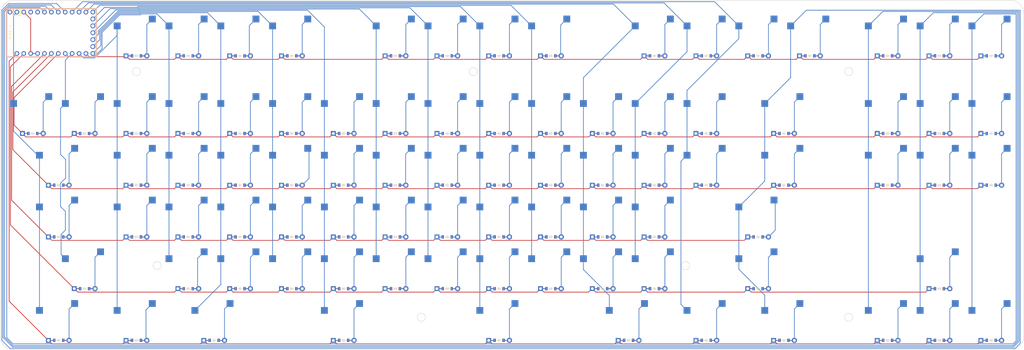
<source format=kicad_pcb>
(kicad_pcb (version 20240108) (generator "pcbnew") (generator_version "8.0")
  (title_block (title "main") (rev "v1.0.0") (company "Unknown"))
  (layers (0 "F.Cu" signal) (31 "B.Cu" signal) (34 "B.Paste" user) (35 "F.Paste" user) (36 "B.SilkS" user "B.Silkscreen") (37 "F.SilkS" user "F.Silkscreen") (38 "B.Mask" user) (39 "F.Mask" user) (44 "Edge.Cuts" user))
  (net 0 "")
  (net 1 "E6")
  (net 2 "first_a")
  (net 3 "first_q")
  (net 4 "first_one")
  (net 5 "B4")
  (net 6 "second_z")
  (net 7 "second_s")
  (net 8 "second_w")
  (net 9 "second_two")
  (net 10 "B5")
  (net 11 "third_x")
  (net 12 "third_d")
  (net 13 "third_e")
  (net 14 "third_three")
  (net 15 "B7")
  (net 16 "fourth_c")
  (net 17 "fourth_f")
  (net 18 "fourth_r")
  (net 19 "fourth_four")
  (net 20 "D5")
  (net 21 "fifth_v")
  (net 22 "fifth_g")
  (net 23 "fifth_t")
  (net 24 "fifth_five")
  (net 25 "C7")
  (net 26 "sixth_b")
  (net 27 "sixth_h")
  (net 28 "sixth_y")
  (net 29 "sixth_six")
  (net 30 "F1")
  (net 31 "seventh_n")
  (net 32 "seventh_j")
  (net 33 "seventh_u")
  (net 34 "seventh_seven")
  (net 35 "F0")
  (net 36 "eight_m")
  (net 37 "eight_k")
  (net 38 "eight_i")
  (net 39 "eight_eight")
  (net 40 "B6")
  (net 41 "ninth_comma")
  (net 42 "ninth_l")
  (net 43 "ninth_o")
  (net 44 "ninth_nine")
  (net 45 "B2")
  (net 46 "tenth_dot")
  (net 47 "tenth_semicolon")
  (net 48 "tenth_p")
  (net 49 "tenth_zero")
  (net 50 "B3")
  (net 51 "eleventh_questionMark")
  (net 52 "eleventh_quotes")
  (net 53 "eleventh_openCurlyBrace")
  (net 54 "eleventh_dash")
  (net 55 "B1")
  (net 56 "twelfth_closedCurlyBrace")
  (net 57 "twelfth_equals")
  (net 58 "D7")
  (net 59 "first_lShift")
  (net 60 "B0")
  (net 61 "first_capsLock")
  (net 62 "first_tab")
  (net 63 "first_esc")
  (net 64 "second_tilde")
  (net 65 "F7")
  (net 66 "first_rShift")
  (net 67 "first_enter")
  (net 68 "first_pipe")
  (net 69 "first_backspace")
  (net 70 "first_ctrlL")
  (net 71 "second_windowsL")
  (net 72 "third_alt")
  (net 73 "fourth_spaceL")
  (net 74 "fifth_spaceR")
  (net 75 "sixth_altGr")
  (net 76 "seventh_windowsR")
  (net 77 "ninth_ctrlR")
  (net 78 "second_f1")
  (net 79 "third_f2")
  (net 80 "fourth_f3")
  (net 81 "fifth_f4")
  (net 82 "sixth_f5")
  (net 83 "seventh_f6")
  (net 84 "eighth_f7")
  (net 85 "ninth_f8")
  (net 86 "tenth_f9")
  (net 87 "eleventh_f10")
  (net 88 "twelfth_f11")
  (net 89 "thirteenth_f12")
  (net 90 "F6")
  (net 91 "fourteenth_prntSc")
  (net 92 "F5")
  (net 93 "fifteenth_scrLk")
  (net 94 "F4")
  (net 95 "sixteenth_pause")
  (net 96 "first_left")
  (net 97 "first_delete")
  (net 98 "first_insert")
  (net 99 "second_down")
  (net 100 "second_up")
  (net 101 "second_end")
  (net 102 "second_home")
  (net 103 "third_right")
  (net 104 "third_pageDown")
  (net 105 "third_pageUp")
  (net 106 "D3")
  (net 107 "D2")
  (net 108 "D1")
  (net 109 "D0")
  (net 110 "D4")
  (net 111 "C6")
  (net 112 "VBUS")
  (net 113 "GND")
  (net 114 "RST")
  (net 115 "VCC")
  (footprint "MX" (layer "F.Cu") (at 222.4 127.85)
    (property "Reference" "S35" (hide yes))
    (property "Value" "" (hide yes))
  )
  (footprint "ComboDiode" (layer "F.Cu") (at 165.25 155.4)
    (property "Reference" "D22" (hide yes))
    (property "Value" "" (hide yes))
  )
  (footprint "ComboDiode" (layer "F.Cu") (at 203.35 174.45)
    (property "Reference" "D29" (hide yes))
    (property "Value" "" (hide yes))
  )
  (footprint "ComboDiode" (layer "F.Cu") (at 279.55 155.4)
    (property "Reference" "D44" (hide yes))
    (property "Value" "" (hide yes))
  )
  (footprint "ComboDiode" (layer "F.Cu") (at 384.325 212.55)
    (property "Reference" "D85" (hide yes))
    (property "Value" "" (hide yes))
  )
  (footprint "ComboDiode" (layer "F.Cu") (at 203.35 107.775)
    (property "Reference" "D69" (hide yes))
    (property "Value" "" (hide yes))
  )
  (footprint "ComboDiode" (layer "F.Cu") (at 384.325 107.775)
    (property "Reference" "D77" (hide yes))
    (property "Value" "" (hide yes))
  )
  (footprint "MX" (layer "F.Cu") (at 165.25 99.275)
    (property "Reference" "S67" (hide yes))
    (property "Value" "" (hide yes))
  )
  (footprint "MX" (layer "F.Cu") (at 70 99.275)
    (property "Reference" "S63" (hide yes))
    (property "Value" "" (hide yes))
  )
  (footprint "MX" (layer "F.Cu") (at 108.1 127.85)
    (property "Reference" "S11" (hide yes))
    (property "Value" "" (hide yes))
  )
  (footprint "MX" (layer "F.Cu") (at 241.45 127.85)
    (property "Reference" "S39" (hide yes))
    (property "Value" "" (hide yes))
  )
  (footprint "ComboDiode" (layer "F.Cu") (at 184.3 155.4)
    (property "Reference" "D26" (hide yes))
    (property "Value" "" (hide yes))
  )
  (footprint "ComboDiode" (layer "F.Cu") (at 346.225 136.35)
    (property "Reference" "D80" (hide yes))
    (property "Value" "" (hide yes))
  )
  (footprint "MX" (layer "F.Cu") (at 41.425 204.05)
    (property "Reference" "S55" (hide yes))
    (property "Value" "" (hide yes))
  )
  (footprint "ComboDiode" (layer "F.Cu") (at 146.2 212.55)
    (property "Reference" "D58" (hide yes))
    (property "Value" "" (hide yes))
  )
  (footprint "MX" (layer "F.Cu") (at 203.35 185)
    (property "Reference" "S28" (hide yes))
    (property "Value" "" (hide yes))
  )
  (footprint "ComboDiode" (layer "F.Cu") (at 298.6 107.775)
    (property "Reference" "D73" (hide yes))
    (property "Value" "" (hide yes))
  )
  (footprint "MX" (layer "F.Cu") (at 70 146.9)
    (property "Reference" "S2" (hide yes))
    (property "Value" "" (hide yes))
  )
  (footprint "ComboDiode" (layer "F.Cu") (at 308.125 155.4)
    (property "Reference" "D53" (hide yes))
    (property "Value" "" (hide yes))
  )
  (footprint "MX" (layer "F.Cu") (at 279.55 99.275)
    (property "Reference" "S72" (hide yes))
    (property "Value" "" (hide yes))
  )
  (footprint "ComboDiode" (layer "F.Cu") (at 146.2 155.4)
    (property "Reference" "D18" (hide yes))
    (property "Value" "" (hide yes))
  )
  (footprint "ComboDiode" (layer "F.Cu") (at 203.35 136.35)
    (property "Reference" "D31" (hide yes))
    (property "Value" "" (hide yes))
  )
  (footprint "ComboDiode" (layer "F.Cu") (at 127.15 193.5)
    (property "Reference" "D12" (hide yes))
    (property "Value" "" (hide yes))
  )
  (footprint "MX" (layer "F.Cu") (at 203.35 204.05)
    (property "Reference" "S59" (hide yes))
    (property "Value" "" (hide yes))
  )
  (footprint "ComboDiode" (layer "F.Cu") (at 241.45 136.35)
    (property "Reference" "D39" (hide yes))
    (property "Value" "" (hide yes))
  )
  (footprint "MX" (layer "F.Cu") (at 203.35 99.275)
    (property "Reference" "S69" (hide yes))
    (property "Value" "" (hide yes))
  )
  (footprint "MX" (layer "F.Cu") (at 31.9 127.85)
    (property "Reference" "S49" (hide yes))
    (property "Value" "" (hide yes))
  )
  (footprint "ComboDiode" (layer "F.Cu") (at 70 212.55)
    (property "Reference" "D56" (hide yes))
    (property "Value" "" (hide yes))
  )
  (footprint "ComboDiode" (layer "F.Cu") (at 279.55 136.35)
    (property "Reference" "D45" (hide yes))
    (property "Value" "" (hide yes))
  )
  (footprint "MX" (layer "F.Cu") (at 308.125 146.9)
    (property "Reference" "S53" (hide yes))
    (property "Value" "" (hide yes))
  )
  (footprint "ComboDiode" (layer "F.Cu") (at 146.2 136.35)
    (property "Reference" "D19" (hide yes))
    (property "Value" "" (hide yes))
  )
  (footprint "ComboDiode" (layer "F.Cu") (at 70 136.35)
    (property "Reference" "D3" (hide yes))
    (property "Value" "" (hide yes))
  )
  (footprint "ComboDiode" (layer "F.Cu") (at 308.125 212.55)
    (property "Reference" "D62" (hide yes))
    (property "Value" "" (hide yes))
  )
  (footprint "ComboDiode" (layer "F.Cu") (at 241.45 193.5)
    (property "Reference" "D36" (hide yes))
    (property "Value" "" (hide yes))
  )
  (footprint "MX" (layer "F.Cu") (at 89.05 146.9)
    (property "Reference" "S6" (hide yes))
    (property "Value" "" (hide yes))
  )
  (footprint "ComboDiode" (layer "F.Cu") (at 203.35 212.55)
    (property "Reference" "D59" (hide yes))
    (property "Value" "" (hide yes))
  )
  (footprint "MX" (layer "F.Cu") (at 241.45 165.95)
    (property "Reference" "S37" (hide yes))
    (property "Value" "" (hide yes))
  )
  (footprint "MX" (layer "F.Cu") (at 127.15 127.85)
    (property "Reference" "S15" (hide yes))
    (property "Value" "" (hide yes))
  )
  (footprint "ComboDiode" (layer "F.Cu") (at 308.125 136.35)
    (property "Reference" "D54" (hide yes))
    (property "Value" "" (hide yes))
  )
  (footprint "MX" (layer "F.Cu") (at 108.1 165.95)
    (property "Reference" "S9" (hide yes))
    (property "Value" "" (hide yes))
  )
  (footprint "ComboDiode" (layer "F.Cu") (at 98.575 212.55)
    (property "Reference" "D57" (hide yes))
    (property "Value" "" (hide yes))
  )
  (footprint "ComboDiode" (layer "F.Cu") (at 127.15 174.45)
    (property "Reference" "D13" (hide yes))
    (property "Value" "" (hide yes))
  )
  (footprint "MX" (layer "F.Cu") (at 70 165.95)
    (property "Reference" "S1" (hide yes))
    (property "Value" "" (hide yes))
  )
  (footprint "MX" (layer "F.Cu") (at 184.3 99.275)
    (property "Reference" "S68" (hide yes))
    (property "Value" "" (hide yes))
  )
  (footprint "MX" (layer "F.Cu") (at 222.4 165.95)
    (property "Reference" "S33" (hide yes))
    (property "Value" "" (hide yes))
  )
  (footprint "MX" (layer "F.Cu") (at 260.5 185)
    (property "Reference" "S40" (hide yes))
    (property "Value" "" (hide yes))
  )
  (footprint "ComboDiode" (layer "F.Cu") (at 365.275 155.4)
    (property "Reference" "D83" (hide yes))
    (property "Value" "" (hide yes))
  )
  (footprint "ComboDiode" (layer "F.Cu") (at 279.55 107.775)
    (property "Reference" "D72" (hide yes))
    (property "Value" "" (hide yes))
  )
  (footprint "ComboDiode" (layer "F.Cu") (at 50.95 136.35)
    (property "Reference" "D50" (hide yes))
    (property "Value" "" (hide yes))
  )
  (footprint "MX" (layer "F.Cu") (at 279.55 146.9)
    (property "Reference" "S44" (hide yes))
    (property "Value" "" (hide yes))
  )
  (footprint "MX" (layer "F.Cu") (at 127.15 185)
    (property "Reference" "S12" (hide yes))
    (property "Value" "" (hide yes))
  )
  (footprint "MX" (layer "F.Cu") (at 384.325 204.05)
    (property "Reference" "S85" (hide yes))
    (property "Value" "" (hide yes))
  )
  (footprint "ComboDiode" (layer "F.Cu") (at 365.275 212.55)
    (property "Reference" "D81" (hide yes))
    (property "Value" "" (hide yes))
  )
  (footprint "MX" (layer "F.Cu") (at 70 127.85)
    (property "Reference" "S3" (hide yes))
    (property "Value" "" (hide yes))
  )
  (footprint "MX" (layer "F.Cu") (at 317.65 99.275)
    (property "Reference" "S74" (hide yes))
    (property "Value" "" (hide yes))
  )
  (footprint "ComboDiode" (layer "F.Cu") (at 250.975 212.55)
    (property "Reference" "D60" (hide yes))
    (property "Value" "" (hide yes))
  )
  (footprint "MX" (layer "F.Cu") (at 384.325 99.275)
    (property "Reference" "S77" (hide yes))
    (property "Value" "" (hide yes))
  )
  (footprint "MX" (layer "F.Cu") (at 127.15 146.9)
    (property "Reference" "S14" (hide yes))
    (property "Value" "" (hide yes))
  )
  (footprint "ComboDiode" (layer "F.Cu") (at 41.425 155.4)
    (property "Reference" "D48" (hide yes))
    (property "Value" "" (hide yes))
  )
  (footprint "ComboDiode" (layer "F.Cu") (at 317.65 107.775)
    (property "Reference" "D74" (hide yes))
    (property "Value" "" (hide yes))
  )
  (footprint "ComboDiode" (layer "F.Cu") (at 127.15 107.775)
    (property "Reference" "D66" (hide yes))
    (property "Value" "" (hide yes))
  )
  (footprint "MX" (layer "F.Cu") (at 89.05 185)
    (property "Reference" "S4" (hide yes))
    (property "Value" "" (hide yes))
  )
  (footprint "ComboDiode" (layer "F.Cu") (at 89.05 136.35)
    (property "Reference" "D7" (hide yes))
    (property "Value" "" (hide yes))
  )
  (footprint "MX" (layer "F.Cu") (at 146.2 204.05)
    (property "Reference" "S58" (hide yes))
    (property "Value" "" (hide yes))
  )
  (footprint "MX" (layer "F.Cu") (at 260.5 127.85)
    (property "Reference" "S43" (hide yes))
    (property "Value" "" (hide yes))
  )
  (footprint "ComboDiode" (layer "F.Cu") (at 41.425 174.45)
    (property "Reference" "D47" (hide yes))
    (property "Value" "" (hide yes))
  )
  (footprint "MX" (layer "F.Cu") (at 184.3 185)
    (property "Reference" "S24" (hide yes))
    (property "Value" "" (hide yes))
  )
  (footprint "ComboDiode" (layer "F.Cu") (at 127.15 155.4)
    (property "Reference" "D14" (hide yes))
    (property "Value" "" (hide yes))
  )
  (footprint "MX" (layer "F.Cu") (at 50.95 127.85)
    (property "Reference" "S50" (hide yes))
    (property "Value" "" (hide yes))
  )
  (footprint "MX" (layer "F.Cu") (at 165.25 146.9)
    (property "Reference" "S22" (hide yes))
    (property "Value" "" (hide yes))
  )
  (footprint "MX" (layer "F.Cu") (at 146.2 127.85)
    (property "Reference" "S19" (hide yes))
    (property "Value" "" (hide yes))
  )
  (footprint "ComboDiode" (layer "F.Cu") (at 165.25 174.45)
    (property "Reference" "D21" (hide yes))
    (property "Value" "" (hide yes))
  )
  (footprint "ComboDiode" (layer "F.Cu") (at 165.25 193.5)
    (property "Reference" "D20" (hide yes))
    (property "Value" "" (hide yes))
  )
  (footprint "ComboDiode" (layer "F.Cu") (at 365.275 107.775)
    (property "Reference" "D76" (hide yes))
    (property "Value" "" (hide yes))
  )
  (footprint "ComboDiode" (layer "F.Cu") (at 31.9 136.35)
    (property "Reference" "D49" (hide yes))
    (property "Value" "" (hide yes))
  )
  (footprint "ComboDiode" (layer "F.Cu") (at 127.15 136.35)
    (property "Reference" "D15" (hide yes))
    (property "Value" "" (hide yes))
  )
  (footprint "ComboDiode" (layer "F.Cu") (at 108.1 193.5)
    (property "Reference" "D8" (hide yes))
    (property "Value" "" (hide yes))
  )
  (footprint "MX" (layer "F.Cu") (at 298.6 99.275)
    (property "Reference" "S73" (hide yes))
    (property "Value" "" (hide yes))
  )
  (footprint "MX" (layer "F.Cu") (at 365.275 204.05)
    (property "Reference" "S81" (hide yes))
    (property "Value" "" (hide yes))
  )
  (footprint "MX" (layer "F.Cu") (at 346.225 204.05)
    (property "Reference" "S78" (hide yes))
    (property "Value" "" (hide yes))
  )
  (footprint "MX" (layer "F.Cu") (at 89.05 127.85)
    (property "Reference" "S7" (hide yes))
    (property "Value" "" (hide yes))
  )
  (footprint "MX" (layer "F.Cu") (at 184.3 146.9)
    (property "Reference" "S26" (hide yes))
    (property "Value" "" (hide yes))
  )
  (footprint "ComboDiode" (layer "F.Cu") (at 384.325 155.4)
    (property "Reference" "D86" (hide yes))
    (property "Value" "" (hide yes))
  )
  (footprint "MX" (layer "F.Cu") (at 384.325 146.9)
    (property "Reference" "S86" (hide yes))
    (property "Value" "" (hide yes))
  )
  (footprint "MX" (layer "F.Cu") (at 241.45 146.9)
    (property "Reference" "S38" (hide yes))
    (property "Value" "" (hide yes))
  )
  (footprint "MX" (layer "F.Cu") (at 279.55 127.85)
    (property "Reference" "S45" (hide yes))
    (property "Value" "" (hide yes))
  )
  (footprint "ComboDiode" (layer "F.Cu") (at 260.5 107.775)
    (property "Reference" "D71" (hide yes))
    (property "Value" "" (hide yes))
  )
  (footprint "ComboDiode" (layer "F.Cu") (at 365.275 136.35)
    (property "Reference" "D84" (hide yes))
    (property "Value" "" (hide yes))
  )
  (footprint "MX" (layer "F.Cu") (at 108.1 185)
    (property "Reference" "S8" (hide yes))
    (property "Value" "" (hide yes))
  )
  (footprint "ComboDiode" (layer "F.Cu") (at 108.1 155.4)
    (property "Reference" "D10" (hide yes))
    (property "Value" "" (hide yes))
  )
  (footprint "ComboDiode" (layer "F.Cu") (at 184.3 193.5)
    (property "Reference" "D24" (hide yes))
    (property "Value" "" (hide yes))
  )
  (footprint "MX" (layer "F.Cu") (at 308.125 127.85)
    (property "Reference" "S54" (hide yes))
    (property "Value" "" (hide yes))
  )
  (footprint "ComboDiode" (layer "F.Cu") (at 89.05 107.775)
    (property "Reference" "D64" (hide yes))
    (property "Value" "" (hide yes))
  )
  (footprint "MX" (layer "F.Cu") (at 346.225 127.85)
    (property "Reference" "S80" (hide yes))
    (property "Value" "" (hide yes))
  )
  (footprint "MX" (layer "F.Cu") (at 165.25 127.85)
    (property "Reference" "S23" (hide yes))
    (property "Value" "" (hide yes))
  )
  (footprint "ComboDiode" (layer "F.Cu") (at 365.275 193.5)
    (property "Reference" "D82" (hide yes))
    (property "Value" "" (hide yes))
  )
  (footprint "ComboDiode" (layer "F.Cu") (at 165.25 107.775)
    (property "Reference" "D67" (hide yes))
    (property "Value" "" (hide yes))
  )
  (footprint "ComboDiode" (layer "F.Cu") (at 41.425 212.55)
    (property "Reference" "D55" (hide yes))
    (property "Value" "" (hide yes))
  )
  (footprint "ComboDiode" (layer "F.Cu") (at 184.3 107.775)
    (property "Reference" "D68" (hide yes))
    (property "Value" "" (hide yes))
  )
  (footprint "ComboDiode" (layer "F.Cu") (at 146.2 193.5)
    (property "Reference" "D16" (hide yes))
    (property "Value" "" (hide yes))
  )
  (footprint "ComboDiode" (layer "F.Cu") (at 346.225 107.775)
    (property "Reference" "D75" (hide yes))
    (property "Value" "" (hide yes))
  )
  (footprint "MX" (layer "F.Cu") (at 41.425 165.95)
    (property "Reference" "S47" (hide yes))
    (property "Value" "" (hide yes))
  )
  (footprint "MX" (layer "F.Cu") (at 346.225 146.9)
    (property "Reference" "S79" (hide yes))
    (property "Value" "" (hide yes))
  )
  (footprint "ComboDiode" (layer "F.Cu") (at 260.5 155.4)
    (property "Reference" "D42" (hide yes))
    (property "Value" "" (hide yes))
  )
  (footprint "MX" (layer "F.Cu") (at 98.575 204.05)
    (property "Reference" "S57" (hide yes))
    (property "Value" "" (hide yes))
  )
  (footprint "MX" (layer "F.Cu") (at 184.3 127.85)
    (property "Reference" "S27" (hide yes))
    (property "Value" "" (hide yes))
  )
  (footprint "MX" (layer "F.Cu") (at 222.4 99.275)
    (property "Reference" "S70" (hide yes))
    (property "Value" "" (hide yes))
  )
  (footprint "ComboDiode" (layer "F.Cu") (at 203.35 155.4)
    (property "Reference" "D30" (hide yes))
    (property "Value" "" (hide yes))
  )
  (footprint "MX" (layer "F.Cu") (at 184.3 165.95)
    (property "Reference" "S25" (hide yes))
    (property "Value" "" (hide yes))
  )
  (footprint "MX" (layer "F.Cu") (at 41.425 146.9)
    (property "Reference" "S48" (hide yes))
    (property "Value" "" (hide yes))
  )
  (footprint "MX" (layer "F.Cu") (at 89.05 165.95)
    (property "Reference" "S5" (hide yes))
    (property "Value" "" (hide yes))
  )
  (footprint "ComboDiode" (layer "F.Cu") (at 279.55 212.55)
    (property "Reference" "D61" (hide yes))
    (property "Value" "" (hide yes))
  )
  (footprint "ComboDiode" (layer "F.Cu") (at 165.25 136.35)
    (property "Reference" "D23" (hide yes))
    (property "Value" "" (hide yes))
  )
  (footprint "ComboDiode" (layer "F.Cu") (at 89.05 193.5)
    (property "Reference" "D4" (hide yes))
    (property "Value" "" (hide yes))
  )
  (footprint "ComboDiode" (layer "F.Cu") (at 222.4 174.45)
    (property "Reference" "D33" (hide yes))
    (property "Value" "" (hide yes))
  )
  (footprint "ComboDiode" (layer "F.Cu") (at 241.45 174.45)
    (property "Reference" "D37" (hide yes))
    (property "Value" "" (hide yes))
  )
  (footprint "MX" (layer "F.Cu") (at 365.275 127.85)
    (property "Reference" "S84" (hide yes))
    (property "Value" "" (hide yes))
  )
  (footprint "ComboDiode" (layer "F.Cu") (at 203.35 193.5)
    (property "Reference" "D28" (hide yes))
    (property "Value" "" (hide yes))
  )
  (footprint "MX" (layer "F.Cu") (at 203.35 146.9)
    (property "Reference" "S30" (hide yes))
    (property "Value" "" (hide yes))
  )
  (footprint "MX" (layer "F.Cu") (at 222.4 146.9)
    (property "Reference" "S34" (hide yes))
    (property "Value" "" (hide yes))
  )
  (footprint "MX" (layer "F.Cu") (at 260.5 165.95)
    (property "Reference" "S41" (hide yes))
    (property "Value" "" (hide yes))
  )
  (footprint "MX" (layer "F.Cu") (at 165.25 165.95)
    (property "Reference" "S21" (hide yes))
    (property "Value" "" (hide yes))
  )
  (footprint "ComboDiode" (layer "F.Cu") (at 260.5 193.5)
    (property "Reference" "D40" (hide yes))
    (property "Value" "" (hide yes))
  )
  (footprint "ComboDiode" (layer "F.Cu") (at 146.2 174.45)
    (property "Reference" "D17" (hide yes))
    (property "Value" "" (hide yes))
  )
  (footprint "MX" (layer "F.Cu") (at 127.15 99.275)
    (property "Reference" "S66" (hide yes))
    (property "Value" "" (hide yes))
  )
  (footprint "ComboDiode" (layer "F.Cu") (at 298.6 193.5)
    (property "Reference" "D51" (hide yes))
    (property "Value" "" (hide yes))
  )
  (footprint "MX" (layer "F.Cu") (at 70 204.05)
    (property "Reference" "S56" (hide yes))
    (property "Value" "" (hide yes))
  )
  (footprint "MX" (layer "F.Cu") (at 279.55 204.05)
    (property "Reference" "S61" (hide yes))
    (property "Value" "" (hide yes))
  )
  (footprint "MX" (layer "F.Cu") (at 384.325 127.85)
    (property "Reference" "S87" (hide yes))
    (property "Value" "" (hide yes))
  )
  (footprint "MX" (layer "F.Cu") (at 146.2 185)
    (property "Reference" "S16" (hide yes))
    (property "Value" "" (hide yes))
  )
  (footprint "MX" (layer "F.Cu") (at 108.1 146.9)
    (property "Reference" "S10" (hide yes))
    (property "Value" "" (hide yes))
  )
  (footprint "MX" (layer "F.Cu") (at 165.25 185)
    (property "Reference" "S20" (hide yes))
    (property "Value" "" (hide yes))
  )
  (footprint "MX" (layer "F.Cu") (at 298.6 185)
    (property "Reference" "S51" (hide yes))
    (property "Value" "" (hide yes))
  )
  (footprint "ComboDiode" (layer "F.Cu") (at 241.45 155.4)
    (property "Reference" "D38" (hide yes))
    (property "Value" "" (hide yes))
  )
  (footprint "MX" (layer "F.Cu") (at 365.275 185)
    (property "Reference" "S82" (hide yes))
    (property "Value" "" (hide yes))
  )
  (footprint "ComboDiode" (layer "F.Cu") (at 70 107.775)
    (property "Reference" "D63" (hide yes))
    (property "Value" "" (hide yes))
  )
  (footprint "ComboDiode" (layer "F.Cu") (at 222.4 155.4)
    (property "Reference" "D34" (hide yes))
    (property "Value" "" (hide yes))
  )
  (footprint "MX" (layer "F.Cu") (at 250.975 204.05)
    (property "Reference" "S60" (hide yes))
    (property "Value" "" (hide yes))
  )
  (footprint "ComboDiode" (layer "F.Cu") (at 108.1 107.775)
    (property "Reference" "D65" (hide yes))
    (property "Value" "" (hide yes))
  )
  (footprint "MX" (layer "F.Cu") (at 365.275 146.9)
    (property "Reference" "S83" (hide yes))
    (property "Value" "" (hide yes))
  )
  (footprint "ComboDiode" (layer "F.Cu") (at 346.225 212.55)
    (property "Reference" "D78" (hide yes))
    (property "Value" "" (hide yes))
  )
  (footprint "MX" (layer "F.Cu") (at 89.05 99.275)
    (property "Reference" "S64" (hide yes))
    (property "Value" "" (hide yes))
  )
  (footprint "MX" (layer "F.Cu") (at 203.35 165.95)
    (property "Reference" "S29" (hide yes))
    (property "Value" "" (hide yes))
  )
  (footprint "MX" (layer "F.Cu") (at 108.1 99.275)
    (property "Reference" "S65" (hide yes))
    (property "Value" "" (hide yes))
  )
  (footprint "ComboDiode" (layer "F.Cu") (at 260.5 174.45)
    (property "Reference" "D41" (hide yes))
    (property "Value" "" (hide yes))
  )
  (footprint "ComboDiode" (layer "F.Cu") (at 222.4 107.775)
    (property "Reference" "D70" (hide yes))
    (property "Value" "" (hide yes))
  )
  (footprint "MX" (layer "F.Cu") (at 298.6 165.95)
    (property "Reference" "S52" (hide yes))
    (property "Value" "" (hide yes))
  )
  (footprint "MX" (layer "F.Cu") (at 241.45 185)
    (property "Reference" "S36" (hide yes))
    (property "Value" "" (hide yes))
  )
  (footprint "MX" (layer "F.Cu") (at 50.95 185)
    (property "Reference" "S46" (hide yes))
    (property "Value" "" (hide yes))
  )
  (footprint "ComboDiode" (layer "F.Cu") (at 298.6 174.45)
    (property "Reference" "D52" (hide yes))
    (property "Value" "" (hide yes))
  )
  (footprint "MX" (layer "F.Cu") (at 222.4 185)
    (property "Reference" "S32" (hide yes))
    (property "Value" "" (hide yes))
  )
  (footprint "MX" (layer "F.Cu") (at 127.15 165.95)
    (property "Reference" "S13" (hide yes))
    (property "Value" "" (hide yes))
  )
  (footprint "MX" (layer "F.Cu") (at 146.2 165.95)
    (property "Reference" "S17" (hide yes))
    (property "Value" "" (hide yes))
  )
  (footprint "ComboDiode" (layer "F.Cu") (at 222.4 193.5)
    (property "Reference" "D32" (hide yes))
    (property "Value" "" (hide yes))
  )
  (footprint "ComboDiode" (layer "F.Cu") (at 184.3 174.45)
    (property "Reference" "D25" (hide yes))
    (property "Value" "" (hide yes))
  )
  (footprint "MX" (layer "F.Cu") (at 308.125 204.05)
    (property "Reference" "S62" (hide yes))
    (property "Value" "" (hide yes))
  )
  (footprint "ComboDiode" (layer "F.Cu") (at 184.3 136.35)
    (property "Reference" "D27" (hide yes))
    (property "Value" "" (hide yes))
  )
  (footprint "ComboDiode" (layer "F.Cu") (at 384.325 136.35)
    (property "Reference" "D87" (hide yes))
    (property "Value" "" (hide yes))
  )
  (footprint "ComboDiode" (layer "F.Cu") (at 108.1 136.35)
    (property "Reference" "D11" (hide yes))
    (property "Value" "" (hide yes))
  )
  (footprint "ComboDiode" (layer "F.Cu") (at 70 174.45)
    (property "Reference" "D1" (hide yes))
    (property "Value" "" (hide yes))
  )
  (footprint "ComboDiode" (layer "F.Cu") (at 346.225 155.4)
    (property "Reference" "D79" (hide yes))
    (property "Value" "" (hide yes))
  )
  (footprint "MX" (layer "F.Cu") (at 146.2 146.9)
    (property "Reference" "S18" (hide yes))
    (property "Value" "" (hide yes))
  )
  (footprint "MX" (layer "F.Cu") (at 260.5 146.9)
    (property "Reference" "S42" (hide yes))
    (property "Value" "" (hide yes))
  )
  (footprint "ComboDiode" (layer "F.Cu") (at 222.4 136.35)
    (property "Reference" "D35" (hide yes))
    (property "Value" "" (hide yes))
  )
  (footprint "MX" (layer "F.Cu") (at 346.225 99.275)
    (property "Reference" "S75" (hide yes))
    (property "Value" "" (hide yes))
  )
  (footprint "MX" (layer "F.Cu") (at 365.275 99.275)
    (property "Reference" "S76" (hide yes))
    (property "Value" "" (hide yes))
  )
  (footprint "ComboDiode" (layer "F.Cu") (at 89.05 155.4)
    (property "Reference" "D6" (hide yes))
    (property "Value" "" (hide yes))
  )
  (footprint "MX" (layer "F.Cu") (at 203.35 127.85)
    (property "Reference" "S31" (hide yes))
    (property "Value" "" (hide yes))
  )
  (footprint "ComboDiode" (layer "F.Cu") (at 70 155.4)
    (property "Reference" "D2" (hide yes))
    (property "Value" "" (hide yes))
  )
  (footprint "ComboDiode" (layer "F.Cu") (at 108.1 174.45)
    (property "Reference" "D9" (hide yes))
    (property "Value" "" (hide yes))
  )
  (footprint "ComboDiode" (layer "F.Cu") (at 260.5 136.35)
    (property "Reference" "D43" (hide yes))
    (property "Value" "" (hide yes))
  )
  (footprint "Elite-C" (layer "F.Cu") (at 40 99.275 90)
    (property "Reference" "")
    (property "Value" "")
  )
  (footprint "ComboDiode" (layer "F.Cu") (at 89.05 174.45)
    (property "Reference" "D5" (hide yes))
    (property "Value" "" (hide yes))
  )
  (footprint "ComboDiode" (layer "F.Cu") (at 50.95 193.5)
    (property "Reference" "D46" (hide yes))
    (property "Value" "" (hide yes))
  )
  (footprint "MX" (layer "F.Cu") (at 260.5 99.275)
    (property "Reference" "S71" (hide yes))
    (property "Value" "" (hide yes))
  )
  (gr_arc (start 19.9 92.275) (mid 21.364466 88.739466) (end 24.9 87.275) (stroke (width 0.15)) (layer "Edge.Cuts"))
  (gr_line (start 24.9 87.275) (end 391.325 87.275) (stroke (width 0.15)) (layer "Edge.Cuts"))
  (gr_line (start 19.9 211.05) (end 19.9 92.275) (stroke (width 0.15)) (layer "Edge.Cuts"))
  (gr_circle (center 331.9375 113.5625) (end 333.4375 113.5625) (stroke (width 0.15)) (fill none) (layer "Edge.Cuts"))
  (gr_circle (center 174.775 204.05) (end 176.275 204.05) (stroke (width 0.15)) (fill none) (layer "Edge.Cuts"))
  (gr_circle (center 70 113.5625) (end 71.5 113.5625) (stroke (width 0.15)) (fill none) (layer "Edge.Cuts"))
  (gr_arc (start 391.325 87.275) (mid 394.860534 88.739466) (end 396.325 92.275) (stroke (width 0.15)) (layer "Edge.Cuts"))
  (gr_line (start 396.325 211.05) (end 396.325 92.275) (stroke (width 0.15)) (layer "Edge.Cuts"))
  (gr_circle (center 77.62 185) (end 79.12 185) (stroke (width 0.15)) (fill none) (layer "Edge.Cuts"))
  (gr_line (start 24.9 216.05) (end 391.325 216.05) (stroke (width 0.15)) (layer "Edge.Cuts"))
  (gr_circle (center 331.9375 204.05) (end 333.4375 204.05) (stroke (width 0.15)) (fill none) (layer "Edge.Cuts"))
  (gr_arc (start 24.9 216.05) (mid 21.364466 214.585534) (end 19.9 211.05) (stroke (width 0.15)) (layer "Edge.Cuts"))
  (gr_arc (start 396.325 211.05) (mid 394.860534 214.585534) (end 391.325 216.05) (stroke (width 0.15)) (layer "Edge.Cuts"))
  (gr_circle (center 193.825 113.5625) (end 195.325 113.5625) (stroke (width 0.15)) (fill none) (layer "Edge.Cuts"))
  (gr_circle (center 271.93 185) (end 273.43 185) (stroke (width 0.15)) (fill none) (layer "Edge.Cuts"))
  (segment (start 62.915 96.735) (end 62.915 100.248097) (width 0.25) (layer "B.Cu") (net 1))
  (segment (start 62.915 100.248097) (end 54.643097 108.52) (width 0.25) (layer "B.Cu") (net 1))
  (segment (start 62.915 163.41) (end 62.915 201.51) (width 0.25) (layer "B.Cu") (net 1))
  (segment (start 62.915 125.31) (end 62.915 144.36) (width 0.25) (layer "B.Cu") (net 1))
  (segment (start 54.643097 108.52) (end 50.515 108.52) (width 0.25) (layer "B.Cu") (net 1))
  (segment (start 62.915 144.36) (end 62.915 163.41) (width 0.25) (layer "B.Cu") (net 1))
  (segment (start 50.515 108.52) (end 48.89 106.895) (width 0.25) (layer "B.Cu") (net 1))
  (segment (start 62.915 96.735) (end 62.915 125.31) (width 0.25) (layer "B.Cu") (net 1))
  (segment (start 73.81 174.45) (end 71.65 174.45) (width 0.25) (layer "F.Cu") (net 2))
  (segment (start 75.817 160.87) (end 73.81 162.877) (width 0.25) (layer "B.Cu") (net 2))
  (segment (start 75.842 160.87) (end 75.817 160.87) (width 0.25) (layer "B.Cu") (net 2))
  (segment (start 73.81 162.877) (end 73.81 174.45) (width 0.25) (layer "B.Cu") (net 2))
  (segment (start 71.65 174.45) (end 73.81 174.45) (width 0.25) (layer "B.Cu") (net 2))
  (segment (start 73.81 155.4) (end 71.65 155.4) (width 0.25) (layer "F.Cu") (net 3))
  (segment (start 75.842 141.82) (end 73.81 143.852) (width 0.25) (layer "B.Cu") (net 3))
  (segment (start 71.65 155.4) (end 73.81 155.4) (width 0.25) (layer "B.Cu") (net 3))
  (segment (start 73.81 143.852) (end 73.81 155.4) (width 0.25) (layer "B.Cu") (net 3))
  (segment (start 73.81 136.35) (end 71.65 136.35) (width 0.25) (layer "F.Cu") (net 4))
  (segment (start 75.842 122.77) (end 73.81 124.802) (width 0.25) (layer "B.Cu") (net 4))
  (segment (start 73.81 124.802) (end 73.81 136.35) (width 0.25) (layer "B.Cu") (net 4))
  (segment (start 71.65 136.35) (end 73.81 136.35) (width 0.25) (layer "B.Cu") (net 4))
  (segment (start 71.43335 92.65) (end 63.825 92.65) (width 0.25) (layer "B.Cu") (net 5))
  (segment (start 77.55 92.32) (end 71.76335 92.32) (width 0.25) (layer "B.Cu") (net 5))
  (segment (start 71.76335 92.32) (end 71.43335 92.65) (width 0.25) (layer "B.Cu") (net 5))
  (segment (start 52.605 108.07) (end 51.43 106.895) (width 0.25) (layer "B.Cu") (net 5))
  (segment (start 81.965 96.735) (end 81.94 96.735) (width 0.25) (layer "B.Cu") (net 5))
  (segment (start 81.965 96.735) (end 81.965 125.31) (width 0.25) (layer "B.Cu") (net 5))
  (segment (start 57.35 99.125) (end 57.35 105.176701) (width 0.25) (layer "B.Cu") (net 5))
  (segment (start 81.965 144.36) (end 81.965 163.41) (width 0.25) (layer "B.Cu") (net 5))
  (segment (start 81.965 96.735) (end 77.55 92.32) (width 0.25) (layer "B.Cu") (net 5))
  (segment (start 81.965 163.41) (end 81.965 182.46) (width 0.25) (layer "B.Cu") (net 5))
  (segment (start 57.35 105.176701) (end 54.456701 108.07) (width 0.25) (layer "B.Cu") (net 5))
  (segment (start 63.825 92.65) (end 57.35 99.125) (width 0.25) (layer "B.Cu") (net 5))
  (segment (start 54.456701 108.07) (end 52.605 108.07) (width 0.25) (layer "B.Cu") (net 5))
  (segment (start 81.965 125.31) (end 81.965 144.36) (width 0.25) (layer "B.Cu") (net 5))
  (segment (start 92.86 193.5) (end 90.7 193.5) (width 0.25) (layer "F.Cu") (net 6))
  (segment (start 92.5 193.14) (end 92.86 193.5) (width 0.25) (layer "B.Cu") (net 6))
  (segment (start 92.5 182.312) (end 92.5 193.14) (width 0.25) (layer "B.Cu") (net 6))
  (segment (start 94.892 179.92) (end 92.5 182.312) (width 0.25) (layer "B.Cu") (net 6))
  (segment (start 90.7 193.5) (end 92.86 193.5) (width 0.25) (layer "B.Cu") (net 6))
  (segment (start 92.86 174.45) (end 90.7 174.45) (width 0.25) (layer "F.Cu") (net 7))
  (segment (start 94.892 160.87) (end 92.86 162.902) (width 0.25) (layer "B.Cu") (net 7))
  (segment (start 90.7 174.45) (end 92.86 174.45) (width 0.25) (layer "B.Cu") (net 7))
  (segment (start 92.86 162.902) (end 92.86 174.45) (width 0.25) (layer "B.Cu") (net 7))
  (segment (start 92.86 155.4) (end 90.7 155.4) (width 0.25) (layer "F.Cu") (net 8))
  (segment (start 92.86 143.852) (end 92.86 155.4) (width 0.25) (layer "B.Cu") (net 8))
  (segment (start 90.7 155.4) (end 92.86 155.4) (width 0.25) (layer "B.Cu") (net 8))
  (segment (start 94.892 141.82) (end 92.86 143.852) (width 0.25) (layer "B.Cu") (net 8))
  (segment (start 92.86 136.35) (end 90.7 136.35) (width 0.25) (layer "F.Cu") (net 9))
  (segment (start 92.86 124.802) (end 92.86 136.35) (width 0.25) (layer "B.Cu") (net 9))
  (segment (start 90.7 136.35) (end 92.86 136.35) (width 0.25) (layer "B.Cu") (net 9))
  (segment (start 94.892 122.77) (end 92.86 124.802) (width 0.25) (layer "B.Cu") (net 9))
  (segment (start 101.015 163.41) (end 101.015 182.46) (width 0.25) (layer "B.Cu") (net 10))
  (segment (start 96.15 91.87) (end 71.576954 91.87) (width 0.25) (layer "B.Cu") (net 10))
  (segment (start 63.638604 92.2) (end 56.9 98.938604) (width 0.25) (layer "B.Cu") (net 10))
  (segment (start 101.015 144.36) (end 101.015 163.41) (width 0.25) (layer "B.Cu") (net 10))
  (segment (start 56.9 103.965) (end 53.97 106.895) (width 0.25) (layer "B.Cu") (net 10))
  (segment (start 101.015 96.735) (end 96.15 91.87) (width 0.25) (layer "B.Cu") (net 10))
  (segment (start 56.9 98.938604) (end 56.9 103.965) (width 0.25) (layer "B.Cu") (net 10))
  (segment (start 101.015 191.985) (end 91.49 201.51) (width 0.25) (layer "B.Cu") (net 10))
  (segment (start 71.576954 91.87) (end 71.246954 92.2) (width 0.25) (layer "B.Cu") (net 10))
  (segment (start 101.015 125.31) (end 101.015 144.36) (width 0.25) (layer "B.Cu") (net 10))
  (segment (start 71.246954 92.2) (end 63.638604 92.2) (width 0.25) (layer "B.Cu") (net 10))
  (segment (start 101.015 182.46) (end 101.015 191.985) (width 0.25) (layer "B.Cu") (net 10))
  (segment (start 101.015 96.735) (end 101.015 125.31) (width 0.25) (layer "B.Cu") (net 10))
  (segment (start 111.91 193.5) (end 109.75 193.5) (width 0.25) (layer "F.Cu") (net 11))
  (segment (start 109.75 193.5) (end 111.91 193.5) (width 0.25) (layer "B.Cu") (net 11))
  (segment (start 113.942 179.92) (end 111.91 181.952) (width 0.25) (layer "B.Cu") (net 11))
  (segment (start 111.91 181.952) (end 111.91 193.5) (width 0.25) (layer "B.Cu") (net 11))
  (segment (start 111.91 174.45) (end 109.75 174.45) (width 0.25) (layer "F.Cu") (net 12))
  (segment (start 113.942 160.87) (end 111.91 162.902) (width 0.25) (layer "B.Cu") (net 12))
  (segment (start 109.75 174.45) (end 111.91 174.45) (width 0.25) (layer "B.Cu") (net 12))
  (segment (start 111.91 162.902) (end 111.91 174.45) (width 0.25) (layer "B.Cu") (net 12))
  (segment (start 109.75 155.4) (end 111.91 155.4) (width 0.25) (layer "F.Cu") (net 13))
  (segment (start 113.942 141.82) (end 111.91 143.852) (width 0.25) (layer "B.Cu") (net 13))
  (segment (start 109.75 155.4) (end 111.91 155.4) (width 0.25) (layer "B.Cu") (net 13))
  (segment (start 111.91 143.852) (end 111.91 155.4) (width 0.25) (layer "B.Cu") (net 13))
  (segment (start 111.91 136.35) (end 109.75 136.35) (width 0.25) (layer "F.Cu") (net 14))
  (segment (start 113.942 122.77) (end 111.91 124.802) (width 0.25) (layer "B.Cu") (net 14))
  (segment (start 109.75 136.35) (end 111.91 136.35) (width 0.25) (layer "B.Cu") (net 14))
  (segment (start 111.91 124.802) (end 111.91 136.35) (width 0.25) (layer "B.Cu") (net 14))
  (segment (start 120.065 96.735) (end 120.04 96.735) (width 0.25) (layer "B.Cu") (net 15))
  (segment (start 120.065 144.36) (end 120.065 163.41) (width 0.25) (layer "B.Cu") (net 15))
  (segment (start 120.065 96.735) (end 114.75 91.42) (width 0.25) (layer "B.Cu") (net 15))
  (segment (start 120.065 163.41) (end 120.065 182.46) (width 0.25) (layer "B.Cu") (net 15))
  (segment (start 63.452208 91.75) (end 56.45 98.752208) (width 0.25) (layer "B.Cu") (net 15))
  (segment (start 71.060558 91.75) (end 63.452208 91.75) (width 0.25) (layer "B.Cu") (net 15))
  (segment (start 56.45 98.752208) (end 56.45 101.875) (width 0.25) (layer "B.Cu") (net 15))
  (segment (start 56.45 101.875) (end 53.97 104.355) (width 0.25) (layer "B.Cu") (net 15))
  (segment (start 120.065 96.735) (end 120.065 125.31) (width 0.25) (layer "B.Cu") (net 15))
  (segment (start 114.75 91.42) (end 71.390558 91.42) (width 0.25) (layer "B.Cu") (net 15))
  (segment (start 120.065 125.31) (end 120.065 144.36) (width 0.25) (layer "B.Cu") (net 15))
  (segment (start 71.390558 91.42) (end 71.060558 91.75) (width 0.25) (layer "B.Cu") (net 15))
  (segment (start 130.96 193.5) (end 128.8 193.5) (width 0.25) (layer "F.Cu") (net 16))
  (segment (start 132.992 179.92) (end 130.96 181.952) (width 0.25) (layer "B.Cu") (net 16))
  (segment (start 130.96 181.952) (end 130.96 193.5) (width 0.25) (layer "B.Cu") (net 16))
  (segment (start 128.8 193.5) (end 130.96 193.5) (width 0.25) (layer "B.Cu") (net 16))
  (segment (start 130.96 174.45) (end 128.8 174.45) (width 0.25) (layer "F.Cu") (net 17))
  (segment (start 128.8 174.45) (end 130.96 174.45) (width 0.25) (layer "B.Cu") (net 17))
  (segment (start 130.96 162.902) (end 130.96 174.45) (width 0.25) (layer "B.Cu") (net 17))
  (segment (start 132.992 160.87) (end 130.96 162.902) (width 0.25) (layer "B.Cu") (net 17))
  (segment (start 130.96 155.4) (end 128.8 155.4) (width 0.25) (layer "F.Cu") (net 18))
  (segment (start 128.8 155.4) (end 130.96 155.4) (width 0.25) (layer "B.Cu") (net 18))
  (segment (start 132.992 141.82) (end 133.4559 142.2839) (width 0.25) (layer "B.Cu") (net 18))
  (segment (start 133.4559 152.9041) (end 130.96 155.4) (width 0.25) (layer "B.Cu") (net 18))
  (segment (start 133.4559 142.2839) (end 133.4559 152.9041) (width 0.25) (layer "B.Cu") (net 18))
  (segment (start 130.96 136.35) (end 128.8 136.35) (width 0.25) (layer "F.Cu") (net 19))
  (segment (start 132.992 122.77) (end 130.96 124.802) (width 0.25) (layer "B.Cu") (net 19))
  (segment (start 130.96 124.802) (end 130.96 136.35) (width 0.25) (layer "B.Cu") (net 19))
  (segment (start 128.8 136.35) (end 130.96 136.35) (width 0.25) (layer "B.Cu") (net 19))
  (segment (start 139.115 97.143) (end 132.942 90.97) (width 0.25) (layer "B.Cu") (net 20))
  (segment (start 71.204162 90.97) (end 70.874162 91.3) (width 0.25) (layer "B.Cu") (net 20))
  (segment (start 139.115 125.31) (end 139.115 97.143) (width 0.25) (layer "B.Cu") (net 20))
  (segment (start 63.265812 91.3) (end 56 98.565812) (width 0.25) (layer "B.Cu") (net 20))
  (segment (start 139.115 163.41) (end 139.115 182.46) (width 0.25) (layer "B.Cu") (net 20))
  (segment (start 56 99.785) (end 53.97 101.815) (width 0.25) (layer "B.Cu") (net 20))
  (segment (start 132.942 90.97) (end 71.204162 90.97) (width 0.25) (layer "B.Cu") (net 20))
  (segment (start 139.115 144.36) (end 139.115 163.41) (width 0.25) (layer "B.Cu") (net 20))
  (segment (start 139.115 182.46) (end 139.115 201.51) (width 0.25) (layer "B.Cu") (net 20))
  (segment (start 139.115 125.31) (end 139.115 144.36) (width 0.25) (layer "B.Cu") (net 20))
  (segment (start 56 98.565812) (end 56 99.785) (width 0.25) (layer "B.Cu") (net 20))
  (segment (start 70.874162 91.3) (end 63.265812 91.3) (width 0.25) (layer "B.Cu") (net 20))
  (segment (start 150.01 193.5) (end 147.85 193.5) (width 0.25) (layer "F.Cu") (net 21))
  (segment (start 150.01 181.952) (end 150.01 193.5) (width 0.25) (layer "B.Cu") (net 21))
  (segment (start 152.042 179.92) (end 150.01 181.952) (width 0.25) (layer "B.Cu") (net 21))
  (segment (start 147.85 193.5) (end 150.01 193.5) (width 0.25) (layer "B.Cu") (net 21))
  (segment (start 150.01 174.45) (end 147.85 174.45) (width 0.25) (layer "F.Cu") (net 22))
  (segment (start 150.01 162.902) (end 150.01 174.45) (width 0.25) (layer "B.Cu") (net 22))
  (segment (start 147.85 174.45) (end 150.01 174.45) (width 0.25) (layer "B.Cu") (net 22))
  (segment (start 152.042 160.87) (end 150.01 162.902) (width 0.25) (layer "B.Cu") (net 22))
  (segment (start 150.01 155.4) (end 147.85 155.4) (width 0.25) (layer "F.Cu") (net 23))
  (segment (start 152.042 141.82) (end 150.01 143.852) (width 0.25) (layer "B.Cu") (net 23))
  (segment (start 150.01 143.852) (end 150.01 155.4) (width 0.25) (layer "B.Cu") (net 23))
  (segment (start 147.85 155.4) (end 150.01 155.4) (width 0.25) (layer "B.Cu") (net 23))
  (segment (start 150.01 136.35) (end 147.85 136.35) (width 0.25) (layer "F.Cu") (net 24))
  (segment (start 147.85 136.35) (end 150.01 136.35) (width 0.25) (layer "B.Cu") (net 24))
  (segment (start 150.01 124.802) (end 150.01 136.35) (width 0.25) (layer "B.Cu") (net 24))
  (segment (start 152.042 122.77) (end 150.01 124.802) (width 0.25) (layer "B.Cu") (net 24))
  (segment (start 158.165 163.41) (end 158.165 182.46) (width 0.25) (layer "B.Cu") (net 25))
  (segment (start 158.165 96.735) (end 151.95 90.52) (width 0.25) (layer "B.Cu") (net 25))
  (segment (start 62.395 90.85) (end 53.97 99.275) (width 0.25) (layer "B.Cu") (net 25))
  (segment (start 158.165 125.31) (end 158.165 144.36) (width 0.25) (layer "B.Cu") (net 25))
  (segment (start 71.017766 90.52) (end 70.687766 90.85) (width 0.25) (layer "B.Cu") (net 25))
  (segment (start 70.687766 90.85) (end 62.395 90.85) (width 0.25) (layer "B.Cu") (net 25))
  (segment (start 158.165 144.36) (end 158.165 163.41) (width 0.25) (layer "B.Cu") (net 25))
  (segment (start 151.95 90.52) (end 71.017766 90.52) (width 0.25) (layer "B.Cu") (net 25))
  (segment (start 158.165 96.735) (end 158.165 125.31) (width 0.25) (layer "B.Cu") (net 25))
  (segment (start 169.06 193.5) (end 166.9 193.5) (width 0.25) (layer "F.Cu") (net 26))
  (segment (start 169.06 181.927) (end 169.06 193.5) (width 0.25) (layer "B.Cu") (net 26))
  (segment (start 171.092 179.92) (end 171.067 179.92) (width 0.25) (layer "B.Cu") (net 26))
  (segment (start 166.9 193.5) (end 169.06 193.5) (width 0.25) (layer "B.Cu") (net 26))
  (segment (start 171.067 179.92) (end 169.06 181.927) (width 0.25) (layer "B.Cu") (net 26))
  (segment (start 169.06 174.45) (end 166.9 174.45) (width 0.25) (layer "F.Cu") (net 27))
  (segment (start 171.067 160.87) (end 169.06 162.877) (width 0.25) (layer "B.Cu") (net 27))
  (segment (start 169.06 162.877) (end 169.06 174.45) (width 0.25) (layer "B.Cu") (net 27))
  (segment (start 171.092 160.87) (end 171.067 160.87) (width 0.25) (layer "B.Cu") (net 27))
  (segment (start 166.9 174.45) (end 169.06 174.45) (width 0.25) (layer "B.Cu") (net 27))
  (segment (start 169.06 155.4) (end 166.9 155.4) (width 0.25) (layer "F.Cu") (net 28))
  (segment (start 171.092 141.82) (end 169 143.912) (width 0.25) (layer "B.Cu") (net 28))
  (segment (start 169.06 155.4) (end 166.9 155.4) (width 0.25) (layer "B.Cu") (net 28))
  (segment (start 169 143.912) (end 169 155.34) (width 0.25) (layer "B.Cu") (net 28))
  (segment (start 169 155.34) (end 169.06 155.4) (width 0.25) (layer "B.Cu") (net 28))
  (segment (start 169.06 136.35) (end 166.9 136.35) (width 0.25) (layer "F.Cu") (net 29))
  (segment (start 171.092 122.77) (end 169.06 124.802) (width 0.25) (layer "B.Cu") (net 29))
  (segment (start 169.06 124.802) (end 169.06 136.35) (width 0.25) (layer "B.Cu") (net 29))
  (segment (start 166.9 136.35) (end 169.06 136.35) (width 0.25) (layer "B.Cu") (net 29))
  (segment (start 60.305 90.4) (end 53.97 96.735) (width 0.25) (layer "B.Cu") (net 30))
  (segment (start 70.50137 90.4) (end 60.305 90.4) (width 0.25) (layer "B.Cu") (net 30))
  (segment (start 177.215 96.735) (end 170.55 90.07) (width 0.25) (layer "B.Cu") (net 30))
  (segment (start 70.83137 90.07) (end 70.50137 90.4) (width 0.25) (layer "B.Cu") (net 30))
  (segment (start 177.215 163.41) (end 177.215 182.46) (width 0.25) (layer "B.Cu") (net 30))
  (segment (start 177.215 125.31) (end 177.215 144.36) (width 0.25) (layer "B.Cu") (net 30))
  (segment (start 170.55 90.07) (end 70.83137 90.07) (width 0.25) (layer "B.Cu") (net 30))
  (segment (start 177.215 144.36) (end 177.215 163.41) (width 0.25) (layer "B.Cu") (net 30))
  (segment (start 177.215 96.735) (end 177.215 125.31) (width 0.25) (layer "B.Cu") (net 30))
  (segment (start 188.11 193.5) (end 185.95 193.5) (width 0.25) (layer "F.Cu") (net 31))
  (segment (start 190.117 179.92) (end 188.11 181.927) (width 0.25) (layer "B.Cu") (net 31))
  (segment (start 185.95 193.5) (end 188.11 193.5) (width 0.25) (layer "B.Cu") (net 31))
  (segment (start 190.142 179.92) (end 190.117 179.92) (width 0.25) (layer "B.Cu") (net 31))
  (segment (start 188.11 181.927) (end 188.11 193.5) (width 0.25) (layer "B.Cu") (net 31))
  (segment (start 188.11 174.45) (end 185.95 174.45) (width 0.25) (layer "F.Cu") (net 32))
  (segment (start 185.95 174.45) (end 188.11 174.45) (width 0.25) (layer "B.Cu") (net 32))
  (segment (start 190.142 160.87) (end 188.11 162.902) (width 0.25) (layer "B.Cu") (net 32))
  (segment (start 188.11 162.902) (end 188.11 174.45) (width 0.25) (layer "B.Cu") (net 32))
  (segment (start 188.11 155.4) (end 185.95 155.4) (width 0.25) (layer "F.Cu") (net 33))
  (segment (start 190.142 141.82) (end 188.11 143.852) (width 0.25) (layer "B.Cu") (net 33))
  (segment (start 185.95 155.4) (end 188.11 155.4) (width 0.25) (layer "B.Cu") (net 33))
  (segment (start 188.11 143.852) (end 188.11 155.4) (width 0.25) (layer "B.Cu") (net 33))
  (segment (start 188.11 136.35) (end 185.95 136.35) (width 0.25) (layer "F.Cu") (net 34))
  (segment (start 185.95 136.35) (end 188.11 136.35) (width 0.25) (layer "B.Cu") (net 34))
  (segment (start 188.11 124.802) (end 188.11 136.35) (width 0.25) (layer "B.Cu") (net 34))
  (segment (start 190.142 122.77) (end 188.11 124.802) (width 0.25) (layer "B.Cu") (net 34))
  (segment (start 196.265 96.735) (end 189.15 89.62) (width 0.25) (layer "B.Cu") (net 35))
  (segment (start 196.265 182.46) (end 196.265 201.51) (width 0.25) (layer "B.Cu") (net 35))
  (segment (start 189.15 89.62) (end 70.644974 89.62) (width 0.25) (layer "B.Cu") (net 35))
  (segment (start 70.314974 89.95) (end 58.215 89.95) (width 0.25) (layer "B.Cu") (net 35))
  (segment (start 70.644974 89.62) (end 70.314974 89.95) (width 0.25) (layer "B.Cu") (net 35))
  (segment (start 196.265 125.31) (end 196.265 144.36) (width 0.25) (layer "B.Cu") (net 35))
  (segment (start 196.265 144.36) (end 196.265 163.41) (width 0.25) (layer "B.Cu") (net 35))
  (segment (start 58.215 89.95) (end 53.97 94.195) (width 0.25) (layer "B.Cu") (net 35))
  (segment (start 196.265 163.41) (end 196.265 182.46) (width 0.25) (layer "B.Cu") (net 35))
  (segment (start 196.265 96.735) (end 196.265 125.31) (width 0.25) (layer "B.Cu") (net 35))
  (segment (start 207.16 193.5) (end 205 193.5) (width 0.25) (layer "F.Cu") (net 36))
  (segment (start 207.16 181.952) (end 207.16 193.5) (width 0.25) (layer "B.Cu") (net 36))
  (segment (start 209.192 179.92) (end 207.16 181.952) (width 0.25) (layer "B.Cu") (net 36))
  (segment (start 205 193.5) (end 207.16 193.5) (width 0.25) (layer "B.Cu") (net 36))
  (segment (start 207.16 174.45) (end 205 174.45) (width 0.25) (layer "F.Cu") (net 37))
  (segment (start 207.16 162.902) (end 207.16 174.45) (width 0.25) (layer "B.Cu") (net 37))
  (segment (start 205 174.45) (end 207.16 174.45) (width 0.25) (layer "B.Cu") (net 37))
  (segment (start 209.192 160.87) (end 207.16 162.902) (width 0.25) (layer "B.Cu") (net 37))
  (segment (start 207.16 155.4) (end 205 155.4) (width 0.25) (layer "F.Cu") (net 38))
  (segment (start 207.16 143.827) (end 207.16 155.4) (width 0.25) (layer "B.Cu") (net 38))
  (segment (start 207.16 155.4) (end 205 155.4) (width 0.25) (layer "B.Cu") (net 38))
  (segment (start 209.167 141.82) (end 207.16 143.827) (width 0.25) (layer "B.Cu") (net 38))
  (segment (start 209.192 141.82) (end 209.167 141.82) (width 0.25) (layer "B.Cu") (net 38))
  (segment (start 205 136.35) (end 207.16 136.35) (width 0.25) (layer "F.Cu") (net 39))
  (segment (start 209.192 122.77) (end 207.16 124.802) (width 0.25) (layer "B.Cu") (net 39))
  (segment (start 205 136.35) (end 207.16 136.35) (width 0.25) (layer "B.Cu") (net 39))
  (segment (start 207.16 124.802) (end 207.16 136.35) (width 0.25) (layer "B.Cu") (net 39))
  (segment (start 207.75 89.17) (end 56.455 89.17) (width 0.25) (layer "B.Cu") (net 40))
  (segment (start 215.315 163.41) (end 215.315 182.46) (width 0.25) (layer "B.Cu") (net 40))
  (segment (start 215.315 96.735) (end 215.315 125.31) (width 0.25) (layer "B.Cu") (net 40))
  (segment (start 215.315 96.735) (end 215.29 96.735) (width 0.25) (layer "B.Cu") (net 40))
  (segment (start 215.315 125.31) (end 215.315 144.36) (width 0.25) (layer "B.Cu") (net 40))
  (segment (start 215.315 96.735) (end 207.75 89.17) (width 0.25) (layer "B.Cu") (net 40))
  (segment (start 56.455 89.17) (end 53.97 91.655) (width 0.25) (layer "B.Cu") (net 40))
  (segment (start 215.315 144.36) (end 215.315 163.41) (width 0.25) (layer "B.Cu") (net 40))
  (segment (start 226.21 193.5) (end 224.05 193.5) (width 0.25) (layer "F.Cu") (net 41))
  (segment (start 224.05 193.5) (end 226.21 193.5) (width 0.25) (layer "B.Cu") (net 41))
  (segment (start 228.217 179.92) (end 226.21 181.927) (width 0.25) (layer "B.Cu") (net 41))
  (segment (start 228.242 179.92) (end 228.217 179.92) (width 0.25) (layer "B.Cu") (net 41))
  (segment (start 226.21 181.927) (end 226.21 193.5) (width 0.25) (layer "B.Cu") (net 41))
  (segment (start 226.21 174.45) (end 224.05 174.45) (width 0.25) (layer "F.Cu") (net 42))
  (segment (start 226.21 162.902) (end 226.21 174.45) (width 0.25) (layer "B.Cu") (net 42))
  (segment (start 224.05 174.45) (end 226.21 174.45) (width 0.25) (layer "B.Cu") (net 42))
  (segment (start 228.242 160.87) (end 226.21 162.902) (width 0.25) (layer "B.Cu") (net 42))
  (segment (start 226.21 155.4) (end 224.05 155.4) (width 0.25) (layer "F.Cu") (net 43))
  (segment (start 224.05 155.4) (end 226.21 155.4) (width 0.25) (layer "B.Cu") (net 43))
  (segment (start 228.242 141.82) (end 226.21 143.852) (width 0.25) (layer "B.Cu") (net 43))
  (segment (start 226.21 143.852) (end 226.21 155.4) (width 0.25) (layer "B.Cu") (net 43))
  (segment (start 226.21 136.35) (end 224.05 136.35) (width 0.25) (layer "F.Cu") (net 44))
  (segment (start 226.21 124.802) (end 226.21 136.35) (width 0.25) (layer "B.Cu") (net 44))
  (segment (start 224.05 136.35) (end 226.21 136.35) (width 0.25) (layer "B.Cu") (net 44))
  (segment (start 228.242 122.77) (end 226.21 124.802) (width 0.25) (layer "B.Cu") (net 44))
  (segment (start 234.365 144.36) (end 234.365 163.41) (width 0.25) (layer "B.Cu") (net 45))
  (segment (start 234.365 163.41) (end 234.365 182.46) (width 0.25) (layer "B.Cu") (net 45))
  (segment (start 234.365 125.31) (end 234.365 144.36) (width 0.25) (layer "B.Cu") (net 45))
  (segment (start 245.4 88.72) (end 54.365 88.72) (width 0.25) (layer "B.Cu") (net 45))
  (segment (start 234.365 115.785) (end 234.365 125.31) (width 0.25) (layer "B.Cu") (net 45))
  (segment (start 54.365 88.72) (end 51.43 91.655) (width 0.25) (layer "B.Cu") (net 45))
  (segment (start 253.415 96.735) (end 245.4 88.72) (width 0.25) (layer "B.Cu") (net 45))
  (segment (start 234.365 182.46) (end 234.365 186.465) (width 0.25) (layer "B.Cu") (net 45))
  (segment (start 253.415 96.735) (end 234.365 115.785) (width 0.25) (layer "B.Cu") (net 45))
  (segment (start 253.415 96.735) (end 253.39 96.735) (width 0.25) (layer "B.Cu") (net 45))
  (segment (start 234.365 186.465) (end 243.89 195.99) (width 0.25) (layer "B.Cu") (net 45))
  (segment (start 243.89 195.99) (end 243.89 201.51) (width 0.25) (layer "B.Cu") (net 45))
  (segment (start 245.26 193.5) (end 243.1 193.5) (width 0.25) (layer "F.Cu") (net 46))
  (segment (start 243.1 193.5) (end 245.26 193.5) (width 0.25) (layer "B.Cu") (net 46))
  (segment (start 247.292 179.92) (end 245.26 181.952) (width 0.25) (layer "B.Cu") (net 46))
  (segment (start 245.26 181.952) (end 245.26 193.5) (width 0.25) (layer "B.Cu") (net 46))
  (segment (start 245.26 174.45) (end 243.1 174.45) (width 0.25) (layer "F.Cu") (net 47))
  (segment (start 245.26 162.902) (end 245.26 174.45) (width 0.25) (layer "B.Cu") (net 47))
  (segment (start 247.292 160.87) (end 245.26 162.902) (width 0.25) (layer "B.Cu") (net 47))
  (segment (start 243.1 174.45) (end 245.26 174.45) (width 0.25) (layer "B.Cu") (net 47))
  (segment (start 245.26 155.4) (end 243.1 155.4) (width 0.25) (layer "F.Cu") (net 48))
  (segment (start 247.292 141.82) (end 245.26 143.852) (width 0.25) (layer "B.Cu") (net 48))
  (segment (start 243.1 155.4) (end 245.26 155.4) (width 0.25) (layer "B.Cu") (net 48))
  (segment (start 245.26 143.852) (end 245.26 155.4) (width 0.25) (layer "B.Cu") (net 48))
  (segment (start 245.26 136.35) (end 243.1 136.35) (width 0.25) (layer "F.Cu") (net 49))
  (segment (start 247.292 122.77) (end 245.26 124.802) (width 0.25) (layer "B.Cu") (net 49))
  (segment (start 243.1 136.35) (end 245.26 136.35) (width 0.25) (layer "B.Cu") (net 49))
  (segment (start 245.26 124.802) (end 245.26 136.35) (width 0.25) (layer "B.Cu") (net 49))
  (segment (start 52.275 88.27) (end 48.89 91.655) (width 0.25) (layer "B.Cu") (net 50))
  (segment (start 272.465 96.735) (end 272.44 96.735) (width 0.25) (layer "B.Cu") (net 50))
  (segment (start 253.415 125.31) (end 253.415 144.36) (width 0.25) (layer "B.Cu") (net 50))
  (segment (start 272.465 96.735) (end 272.465 106.26) (width 0.25) (layer "B.Cu") (net 50))
  (segment (start 253.415 144.36) (end 253.415 163.41) (width 0.25) (layer "B.Cu") (net 50))
  (segment (start 264 88.27) (end 52.275 88.27) (width 0.25) (layer "B.Cu") (net 50))
  (segment (start 272.465 106.26) (end 253.415 125.31) (width 0.25) (layer "B.Cu") (net 50))
  (segment (start 253.415 163.41) (end 253.415 182.46) (width 0.25) (layer "B.Cu") (net 50))
  (segment (start 272.465 96.735) (end 264 88.27) (width 0.25) (layer "B.Cu") (net 50))
  (segment (start 264.31 193.5) (end 262.15 193.5) (width 0.25) (layer "F.Cu") (net 51))
  (segment (start 266.342 179.92) (end 266.317 179.92) (width 0.25) (layer "B.Cu") (net 51))
  (segment (start 262.15 193.5) (end 264.31 193.5) (width 0.25) (layer "B.Cu") (net 51))
  (segment (start 266.317 179.92) (end 264.31 181.927) (width 0.25) (layer "B.Cu") (net 51))
  (segment (start 264.31 181.927) (end 264.31 193.5) (width 0.25) (layer "B.Cu") (net 51))
  (segment (start 264.31 174.45) (end 262.15 174.45) (width 0.25) (layer "F.Cu") (net 52))
  (segment (start 262.15 174.45) (end 264.31 174.45) (width 0.25) (layer "B.Cu") (net 52))
  (segment (start 264.31 162.902) (end 264.31 174.45) (width 0.25) (layer "B.Cu") (net 52))
  (segment (start 266.342 160.87) (end 264.31 162.902) (width 0.25) (layer "B.Cu") (net 52))
  (segment (start 264.31 155.4) (end 262.15 155.4) (width 0.25) (layer "F.Cu") (net 53))
  (segment (start 264.31 143.852) (end 264.31 155.4) (width 0.25) (layer "B.Cu") (net 53))
  (segment (start 262.15 155.4) (end 264.31 155.4) (width 0.25) (layer "B.Cu") (net 53))
  (segment (start 266.342 141.82) (end 264.31 143.852) (width 0.25) (layer "B.Cu") (net 53))
  (segment (start 264.31 136.35) (end 262.15 136.35) (width 0.25) (layer "F.Cu") (net 54))
  (segment (start 266.342 122.77) (end 264.31 124.802) (width 0.25) (layer "B.Cu") (net 54))
  (segment (start 262.15 136.35) (end 264.31 136.35) (width 0.25) (layer "B.Cu") (net 54))
  (segment (start 264.31 124.802) (end 264.31 136.35) (width 0.25) (layer "B.Cu") (net 54))
  (segment (start 282.6 87.82) (end 50.185 87.82) (width 0.25) (layer "B.Cu") (net 55))
  (segment (start 272.465 120.476658) (end 272.465 125.31) (width 0.25) (layer "B.Cu") (net 55))
  (segment (start 291.515 101.426658) (end 272.465 120.476658) (width 0.25) (layer "B.Cu") (net 55))
  (segment (start 291.515 96.735) (end 291.49 96.735) (width 0.25) (layer "B.Cu") (net 55))
  (segment (start 291.515 96.735) (end 282.6 87.82) (width 0.25) (layer "B.Cu") (net 55))
  (segment (start 272.465 125.31) (end 272.465 144.36) (width 0.25) (layer "B.Cu") (net 55))
  (segment (start 270.227562 199.272562) (end 272.465 201.51) (width 0.25) (layer "B.Cu") (net 55))
  (segment (start 291.515 96.735) (end 291.515 101.426658) (width 0.25) (layer "B.Cu") (net 55))
  (segment (start 272.465 144.36) (end 270.227562 146.597438) (width 0.25) (layer "B.Cu") (net 55))
  (segment (start 50.185 87.82) (end 46.35 91.655) (width 0.25) (layer "B.Cu") (net 55))
  (segment (start 270.227562 146.597438) (end 270.227562 199.272562) (width 0.25) (layer "B.Cu") (net 55))
  (segment (start 283.36 155.4) (end 281.2 155.4) (width 0.25) (layer "F.Cu") (net 56))
  (segment (start 285.392 141.82) (end 283.36 143.852) (width 0.25) (layer "B.Cu") (net 56))
  (segment (start 283.36 143.852) (end 283.36 155.4) (width 0.25) (layer "B.Cu") (net 56))
  (segment (start 281.2 155.4) (end 283.36 155.4) (width 0.25) (layer "B.Cu") (net 56))
  (segment (start 283.36 136.35) (end 281.2 136.35) (width 0.25) (layer "F.Cu") (net 57))
  (segment (start 285.392 122.77) (end 283.36 124.802) (width 0.25) (layer "B.Cu") (net 57))
  (segment (start 281.2 136.35) (end 283.36 136.35) (width 0.25) (layer "B.Cu") (net 57))
  (segment (start 283.36 124.802) (end 283.36 136.35) (width 0.25) (layer "B.Cu") (net 57))
  (segment (start 42.09 154.685) (end 42.09 163.264869) (width 0.25) (layer "B.Cu") (net 58))
  (segment (start 42.09 127.085) (end 42.09 144.09) (width 0.25) (layer "B.Cu") (net 58))
  (segment (start 43.865 109.38) (end 46.35 106.895) (width 0.25) (layer "B.Cu") (net 58))
  (segment (start 43.865 125.31) (end 42.09 127.085) (width 0.25) (layer "B.Cu") (net 58))
  (segment (start 43.865 125.31) (end 43.865 109.38) (width 0.25) (layer "B.Cu") (net 58))
  (segment (start 43.9575 145.9575) (end 43.9575 152.8175) (width 0.25) (layer "B.Cu") (net 58))
  (segment (start 42.3 173.525) (end 42.3 180.895) (width 0.25) (layer "B.Cu") (net 58))
  (segment (start 42.3 180.895) (end 43.865 182.46) (width 0.25) (layer "B.Cu") (net 58))
  (segment (start 43.85 165.024869) (end 43.85 171.975) (width 0.25) (layer "B.Cu") (net 58))
  (segment (start 43.9575 152.8175) (end 42.09 154.685) (width 0.25) (layer "B.Cu") (net 58))
  (segment (start 42.09 163.264869) (end 43.85 165.024869) (width 0.25) (layer "B.Cu") (net 58))
  (segment (start 42.09 144.09) (end 43.9575 145.9575) (width 0.25) (layer "B.Cu") (net 58))
  (segment (start 43.85 171.975) (end 42.3 173.525) (width 0.25) (layer "B.Cu") (net 58))
  (segment (start 54.76 193.5) (end 52.6 193.5) (width 0.25) (layer "F.Cu") (net 59))
  (segment (start 54.76 181.952) (end 54.76 193.5) (width 0.25) (layer "B.Cu") (net 59))
  (segment (start 52.6 193.5) (end 54.76 193.5) (width 0.25) (layer "B.Cu") (net 59))
  (segment (start 56.792 179.92) (end 54.76 181.952) (width 0.25) (layer "B.Cu") (net 59))
  (segment (start 24.815 92.87) (end 26.03 91.655) (width 0.25) (layer "B.Cu") (net 60))
  (segment (start 34.34 163.41) (end 34.34 201.51) (width 0.25) (layer "B.Cu") (net 60))
  (segment (start 34.34 144.36) (end 34.34 163.41) (width 0.25) (layer "B.Cu") (net 60))
  (segment (start 24.815 125.31) (end 24.815 92.87) (width 0.25) (layer "B.Cu") (net 60))
  (segment (start 33.672 144.36) (end 34.34 144.36) (width 0.25) (layer "B.Cu") (net 60))
  (segment (start 24.815 135.503) (end 33.672 144.36) (width 0.25) (layer "B.Cu") (net 60))
  (segment (start 24.815 125.31) (end 24.815 135.503) (width 0.25) (layer "B.Cu") (net 60))
  (segment (start 45.235 174.45) (end 43.075 174.45) (width 0.25) (layer "F.Cu") (net 61))
  (segment (start 47.242 160.87) (end 45.235 162.877) (width 0.25) (layer "B.Cu") (net 61))
  (segment (start 43.075 174.45) (end 45.235 174.45) (width 0.25) (layer "B.Cu") (net 61))
  (segment (start 47.267 160.87) (end 47.242 160.87) (width 0.25) (layer "B.Cu") (net 61))
  (segment (start 45.235 162.877) (end 45.235 174.45) (width 0.25) (layer "B.Cu") (net 61))
  (segment (start 45.235 155.4) (end 43.075 155.4) (width 0.25) (layer "F.Cu") (net 62))
  (segment (start 47.267 141.82) (end 45.235 143.852) (width 0.25) (layer "B.Cu") (net 62))
  (segment (start 43.075 155.4) (end 45.235 155.4) (width 0.25) (layer "B.Cu") (net 62))
  (segment (start 45.235 143.852) (end 45.235 155.4) (width 0.25) (layer "B.Cu") (net 62))
  (segment (start 35.71 136.35) (end 33.55 136.35) (width 0.25) (layer "F.Cu") (net 63))
  (segment (start 33.55 136.35) (end 35.71 136.35) (width 0.25) (layer "B.Cu") (net 63))
  (segment (start 35.71 124.802) (end 35.71 136.35) (width 0.25) (layer "B.Cu") (net 63))
  (segment (start 37.742 122.77) (end 35.71 124.802) (width 0.25) (layer "B.Cu") (net 63))
  (segment (start 54.76 136.35) (end 52.6 136.35) (width 0.25) (layer "F.Cu") (net 64))
  (segment (start 54.76 124.802) (end 54.76 136.35) (width 0.25) (layer "B.Cu") (net 64))
  (segment (start 52.6 136.35) (end 54.76 136.35) (width 0.25) (layer "B.Cu") (net 64))
  (segment (start 56.792 122.77) (end 54.76 124.802) (width 0.25) (layer "B.Cu") (net 64))
  (segment (start 20.5 90.953223) (end 22.953223 88.5) (width 0.25) (layer "B.Cu") (net 65))
  (segment (start 310.565 96.735) (end 310.565 115.785) (width 0.25) (layer "B.Cu") (net 65))
  (segment (start 393.160804 215.482022) (end 393.11141 215.5) (width 0.25) (layer "B.Cu") (net 65))
  (segment (start 301.04 144.36) (end 301.04 153.885) (width 0.25) (layer "B.Cu") (net 65))
  (segment (start 291.515 182.46) (end 291.515 186.365) (width 0.25) (layer "B.Cu") (net 65))
  (segment (start 291.515 163.41) (end 291.515 182.46) (width 0.25) (layer "B.Cu") (net 65))
  (segment (start 310.565 96.735) (end 316.33 90.97) (width 0.25) (layer "B.Cu") (net 65))
  (segment (start 393.11141 215.5) (end 23.5 215.5) (width 0.25) (layer "B.Cu") (net 65))
  (segment (start 310.565 96.735) (end 310.565 95.565) (width 0.25) (layer "B.Cu") (net 65))
  (segment (start 394.97 90.97) (end 395 91) (width 0.25) (layer "B.Cu") (net 65))
  (segment (start 23.5 215.5) (end 20.5 212.5) (width 0.25) (layer "B.Cu") (net 65))
  (segment (start 22.953223 88.5) (end 40.655 88.5) (width 0.25) (layer "B.Cu") (net 65))
  (segment (start 395 91) (end 395 213.642826) (width 0.25) (layer "B.Cu") (net 65))
  (segment (start 301.04 125.31) (end 301.04 144.36) (width 0.25) (layer "B.Cu") (net 65))
  (segment (start 20.5 212.5) (end 20.5 90.953223) (width 0.25) (layer "B.Cu") (net 65))
  (segment (start 310.565 115.785) (end 301.04 125.31) (width 0.25) (layer "B.Cu") (net 65))
  (segment (start 316.33 90.97) (end 394.97 90.97) (width 0.25) (layer "B.Cu") (net 65))
  (segment (start 301.04 153.885) (end 291.515 163.41) (width 0.25) (layer "B.Cu") (net 65))
  (segment (start 301.04 195.89) (end 301.04 201.51) (width 0.25) (layer "B.Cu") (net 65))
  (segment (start 395 213.642826) (end 393.160804 215.482022) (width 0.25) (layer "B.Cu") (net 65))
  (segment (start 291.515 186.365) (end 301.04 195.89) (width 0.25) (layer "B.Cu") (net 65))
  (segment (start 40.655 88.5) (end 43.81 91.655) (width 0.25) (layer "B.Cu") (net 65))
  (segment (start 302.41 193.5) (end 300.25 193.5) (width 0.25) (layer "F.Cu") (net 66))
  (segment (start 302.41 181.952) (end 302.41 193.5) (width 0.25) (layer "B.Cu") (net 66))
  (segment (start 304.442 179.92) (end 302.41 181.952) (width 0.25) (layer "B.Cu") (net 66))
  (segment (start 300.25 193.5) (end 302.41 193.5) (width 0.25) (layer "B.Cu") (net 66))
  (segment (start 302.41 174.45) (end 300.25 174.45) (width 0.25) (layer "F.Cu") (net 67))
  (segment (start 300.25 174.45) (end 302.41 174.45) (width 0.25) (layer "B.Cu") (net 67))
  (segment (start 304.9059 171.9541) (end 302.41 174.45) (width 0.25) (layer "B.Cu") (net 67))
  (segment (start 304.442 160.87) (end 304.9059 161.3339) (width 0.25) (layer "B.Cu") (net 67))
  (segment (start 304.9059 161.3339) (end 304.9059 171.9541) (width 0.25) (layer "B.Cu") (net 67))
  (segment (start 311.935 155.4) (end 309.775 155.4) (width 0.25) (layer "F.Cu") (net 68))
  (segment (start 309.775 155.4) (end 311.935 155.4) (width 0.25) (layer "B.Cu") (net 68))
  (segment (start 313.967 141.82) (end 311.935 143.852) (width 0.25) (layer "B.Cu") (net 68))
  (segment (start 311.935 143.852) (end 311.935 155.4) (width 0.25) (layer "B.Cu") (net 68))
  (segment (start 311.935 136.35) (end 309.775 136.35) (width 0.25) (layer "F.Cu") (net 69))
  (segment (start 313.967 122.77) (end 311.935 124.802) (width 0.25) (layer "B.Cu") (net 69))
  (segment (start 309.775 136.35) (end 311.935 136.35) (width 0.25) (layer "B.Cu") (net 69))
  (segment (start 311.935 124.802) (end 311.935 136.35) (width 0.25) (layer "B.Cu") (net 69))
  (segment (start 43.075 212.55) (end 45.235 212.55) (width 0.25) (layer "F.Cu") (net 70))
  (segment (start 43.075 212.55) (end 45.235 212.55) (width 0.25) (layer "B.Cu") (net 70))
  (segment (start 47.267 198.97) (end 45.235 201.002) (width 0.25) (layer "B.Cu") (net 70))
  (segment (start 45.235 201.002) (end 45.235 212.55) (width 0.25) (layer "B.Cu") (net 70))
  (segment (start 73.81 212.55) (end 71.65 212.55) (width 0.25) (layer "F.Cu") (net 71))
  (segment (start 73.5 212.24) (end 73.81 212.55) (width 0.25) (layer "B.Cu") (net 71))
  (segment (start 73.81 212.55) (end 71.65 212.55) (width 0.25) (layer "B.Cu") (net 71))
  (segment (start 75.842 198.97) (end 73.5 201.312) (width 0.25) (layer "B.Cu") (net 71))
  (segment (start 73.5 201.312) (end 73.5 212.24) (width 0.25) (layer "B.Cu") (net 71))
  (segment (start 102.385 212.55) (end 100.225 212.55) (width 0.25) (layer "F.Cu") (net 72))
  (segment (start 104.392 198.97) (end 102.385 200.977) (width 0.25) (layer "B.Cu") (net 72))
  (segment (start 102.385 212.55) (end 100.225 212.55) (width 0.25) (layer "B.Cu") (net 72))
  (segment (start 102.385 200.977) (end 102.385 212.55) (width 0.25) (layer "B.Cu") (net 72))
  (segment (start 104.417 198.97) (end 104.392 198.97) (width 0.25) (layer "B.Cu") (net 72))
  (segment (start 150.01 212.55) (end 147.85 212.55) (width 0.25) (layer "F.Cu") (net 73))
  (segment (start 150.01 201.002) (end 150.01 212.55) (width 0.25) (layer "B.Cu") (net 73))
  (segment (start 147.85 212.55) (end 150.01 212.55) (width 0.25) (layer "B.Cu") (net 73))
  (segment (start 152.042 198.97) (end 150.01 201.002) (width 0.25) (layer "B.Cu") (net 73))
  (segment (start 207.16 212.55) (end 205 212.55) (width 0.25) (layer "F.Cu") (net 74))
  (segment (start 209.167 198.97) (end 207.16 200.977) (width 0.25) (layer "B.Cu") (net 74))
  (segment (start 205 212.55) (end 207.16 212.55) (width 0.25) (layer "B.Cu") (net 74))
  (segment (start 209.192 198.97) (end 209.167 198.97) (width 0.25) (layer "B.Cu") (net 74))
  (segment (start 207.16 200.977) (end 207.16 212.55) (width 0.25) (layer "B.Cu") (net 74))
  (segment (start 254.785 212.55) (end 252.625 212.55) (width 0.25) (layer "F.Cu") (net 75))
  (segment (start 256.792 198.97) (end 254.785 200.977) (width 0.25) (layer "B.Cu") (net 75))
  (segment (start 254.785 200.977) (end 254.785 212.55) (width 0.25) (layer "B.Cu") (net 75))
  (segment (start 254.785 212.55) (end 252.625 212.55) (width 0.25) (layer "B.Cu") (net 75))
  (segment (start 256.817 198.97) (end 256.792 198.97) (width 0.25) (layer "B.Cu") (net 75))
  (segment (start 283.36 212.55) (end 281.2 212.55) (width 0.25) (layer "F.Cu") (net 76))
  (segment (start 285.392 198.97) (end 283.36 201.002) (width 0.25) (layer "B.Cu") (net 76))
  (segment (start 281.2 212.55) (end 283.36 212.55) (width 0.25) (layer "B.Cu") (net 76))
  (segment (start 283.36 201.002) (end 283.36 212.55) (width 0.25) (layer "B.Cu") (net 76))
  (segment (start 311.935 212.55) (end 309.775 212.55) (width 0.25) (layer "F.Cu") (net 77))
  (segment (start 313.967 198.97) (end 311.935 201.002) (width 0.25) (layer "B.Cu") (net 77))
  (segment (start 309.775 212.55) (end 311.935 212.55) (width 0.25) (layer "B.Cu") (net 77))
  (segment (start 311.935 201.002) (end 311.935 212.55) (width 0.25) (layer "B.Cu") (net 77))
  (segment (start 71.65 107.775) (end 73.81 107.775) (width 0.25) (layer "F.Cu") (net 78))
  (segment (start 73.81 96.227) (end 73.81 107.775) (width 0.25) (layer "B.Cu") (net 78))
  (segment (start 71.65 107.775) (end 73.81 107.775) (width 0.25) (layer "B.Cu") (net 78))
  (segment (start 75.842 94.195) (end 73.81 96.227) (width 0.25) (layer "B.Cu") (net 78))
  (segment (start 92.86 107.775) (end 90.7 107.775) (width 0.25) (layer "F.Cu") (net 79))
  (segment (start 92.86 96.202) (end 92.86 107.775) (width 0.25) (layer "B.Cu") (net 79))
  (segment (start 94.867 94.195) (end 92.86 96.202) (width 0.25) (layer "B.Cu") (net 79))
  (segment (start 94.892 94.195) (end 94.867 94.195) (width 0.25) (layer "B.Cu") (net 79))
  (segment (start 90.7 107.775) (end 92.86 107.775) (width 0.25) (layer "B.Cu") (net 79))
  (segment (start 111.91 107.775) (end 109.75 107.775) (width 0.25) (layer "F.Cu") (net 80))
  (segment (start 109.75 107.775) (end 111.91 107.775) (width 0.25) (layer "B.Cu") (net 80))
  (segment (start 113.942 94.195) (end 111.5 96.637) (width 0.25) (layer "B.Cu") (net 80))
  (segment (start 111.5 107.365) (end 111.91 107.775) (width 0.25) (layer "B.Cu") (net 80))
  (segment (start 111.5 96.637) (end 111.5 107.365) (width 0.25) (layer "B.Cu") (net 80))
  (segment (start 130.96 107.775) (end 128.8 107.775) (width 0.25) (layer "F.Cu") (net 81))
  (segment (start 132.992 94.195) (end 130.96 96.227) (width 0.25) (layer "B.Cu") (net 81))
  (segment (start 130.96 96.227) (end 130.96 107.775) (width 0.25) (layer "B.Cu") (net 81))
  (segment (start 128.8 107.775) (end 130.96 107.775) (width 0.25) (layer "B.Cu") (net 81))
  (segment (start 166.9 107.775) (end 169.06 107.775) (width 0.25) (layer "F.Cu") (net 82))
  (segment (start 171.067 94.195) (end 169.06 96.202) (width 0.25) (layer "B.Cu") (net 82))
  (segment (start 169.06 96.202) (end 169.06 107.775) (width 0.25) (layer "B.Cu") (net 82))
  (segment (start 166.9 107.775) (end 169.06 107.775) (width 0.25) (layer "B.Cu") (net 82))
  (segment (start 171.092 94.195) (end 171.067 94.195) (width 0.25) (layer "B.Cu") (net 82))
  (segment (start 188.11 107.775) (end 185.95 107.775) (width 0.25) (layer "F.Cu") (net 83))
  (segment (start 188.11 96.202) (end 188.11 107.775) (width 0.25) (layer "B.Cu") (net 83))
  (segment (start 190.117 94.195) (end 188.11 96.202) (width 0.25) (layer "B.Cu") (net 83))
  (segment (start 185.95 107.775) (end 188.11 107.775) (width 0.25) (layer "B.Cu") (net 83))
  (segment (start 190.142 94.195) (end 190.117 94.195) (width 0.25) (layer "B.Cu") (net 83))
  (segment (start 207.16 107.775) (end 205 107.775) (width 0.25) (layer "F.Cu") (net 84))
  (segment (start 205 107.775) (end 207.16 107.775) (width 0.25) (layer "B.Cu") (net 84))
  (segment (start 209.192 94.195) (end 209.167 94.195) (width 0.25) (layer "B.Cu") (net 84))
  (segment (start 207.16 96.202) (end 207.16 107.775) (width 0.25) (layer "B.Cu") (net 84))
  (segment (start 209.167 94.195) (end 207.16 96.202) (width 0.25) (layer "B.Cu") (net 84))
  (segment (start 226.21 107.775) (end 224.05 107.775) (width 0.25) (layer "F.Cu") (net 85))
  (segment (start 228.242 94.195) (end 226 96.437) (width 0.25) (layer "B.Cu") (net 85))
  (segment (start 226 96.437) (end 226 107.565) (width 0.25) (layer "B.Cu") (net 85))
  (segment (start 224.05 107.775) (end 226.21 107.775) (width 0.25) (layer "B.Cu") (net 85))
  (segment (start 226 107.565) (end 226.21 107.775) (width 0.25) (layer "B.Cu") (net 85))
  (segment (start 264.31 107.775) (end 262.15 107.775) (width 0.25) (layer "F.Cu") (net 86))
  (segment (start 262.15 107.775) (end 264.31 107.775) (width 0.25) (layer "B.Cu") (net 86))
  (segment (start 264.31 96.227) (end 264.31 107.775) (width 0.25) (layer "B.Cu") (net 86))
  (segment (start 266.342 94.195) (end 264.31 96.227) (width 0.25) (layer "B.Cu") (net 86))
  (segment (start 283.36 107.775) (end 281.2 107.775) (width 0.25) (layer "F.Cu") (net 87))
  (segment (start 283.36 96.227) (end 283.36 107.775) (width 0.25) (layer "B.Cu") (net 87))
  (segment (start 281.2 107.775) (end 283.36 107.775) (width 0.25) (layer "B.Cu") (net 87))
  (segment (start 285.392 94.195) (end 283.36 96.227) (width 0.25) (layer "B.Cu") (net 87))
  (segment (start 302.41 107.775) (end 300.25 107.775) (width 0.25) (layer "F.Cu") (net 88))
  (segment (start 304.442 94.195) (end 302.41 96.227) (width 0.25) (layer "B.Cu") (net 88))
  (segment (start 302.41 96.227) (end 302.41 107.775) (width 0.25) (layer "B.Cu") (net 88))
  (segment (start 300.25 107.775) (end 302.41 107.775) (width 0.25) (layer "B.Cu") (net 88))
  (segment (start 321.46 107.775) (end 319.3 107.775) (width 0.25) (layer "F.Cu") (net 89))
  (segment (start 319.3 107.775) (end 321.46 107.775) (width 0.25) (layer "B.Cu") (net 89))
  (segment (start 321.46 96.227) (end 321.46 107.775) (width 0.25) (layer "B.Cu") (net 89))
  (segment (start 323.492 94.195) (end 321.46 96.227) (width 0.25) (layer "B.Cu") (net 89))
  (segment (start 394.5 91.5) (end 394.5 213) (width 0.25) (layer "B.Cu") (net 90))
  (segment (start 339.14 96.735) (end 344.455 91.42) (width 0.25) (layer "B.Cu") (net 90))
  (segment (start 392.5 215) (end 24.5 215) (width 0.25) (layer "B.Cu") (net 90))
  (segment (start 339.14 125.31) (end 339.14 144.36) (width 0.25) (layer "B.Cu") (net 90))
  (segment (start 344.455 91.42) (end 394.42 91.42) (width 0.25) (layer "B.Cu") (net 90))
  (segment (start 38.615 89) (end 41.27 91.655) (width 0.25) (layer "B.Cu") (net 90))
  (segment (start 21 211.5) (end 21 91.210507) (width 0.25) (layer "B.Cu") (net 90))
  (segment (start 21 91.210507) (end 23.210507 89) (width 0.25) (layer "B.Cu") (net 90))
  (segment (start 394.42 91.42) (end 394.5 91.5) (width 0.25) (layer "B.Cu") (net 90))
  (segment (start 24.5 215) (end 21 211.5) (width 0.25) (layer "B.Cu") (net 90))
  (segment (start 339.14 96.735) (end 339.14 125.31) (width 0.25) (layer "B.Cu") (net 90))
  (segment (start 339.14 144.36) (end 339.14 201.51) (width 0.25) (layer "B.Cu") (net 90))
  (segment (start 23.210507 89) (end 38.615 89) (width 0.25) (layer "B.Cu") (net 90))
  (segment (start 394.5 213) (end 392.5 215) (width 0.25) (layer "B.Cu") (net 90))
  (segment (start 350.035 107.775) (end 347.875 107.775) (width 0.25) (layer "F.Cu") (net 91))
  (segment (start 347.875 107.775) (end 350.035 107.775) (width 0.25) (layer "B.Cu") (net 91))
  (segment (start 352.067 94.195) (end 350.035 96.227) (width 0.25) (layer "B.Cu") (net 91))
  (segment (start 350.035 96.227) (end 350.035 107.775) (width 0.25) (layer "B.Cu") (net 91))
  (segment (start 392.363604 214.5) (end 24.636396 214.5) (width 0.25) (layer "B.Cu") (net 92))
  (segment (start 358.19 96.735) (end 363.055 91.87) (width 0.25) (layer "B.Cu") (net 92))
  (segment (start 358.19 125.31) (end 358.19 144.36) (width 0.25) (layer "B.Cu") (net 92))
  (segment (start 23.346903 89.5) (end 36.575 89.5) (width 0.25) (layer "B.Cu") (net 92))
  (segment (start 358.19 182.46) (end 358.19 201.51) (width 0.25) (layer "B.Cu") (net 92))
  (segment (start 363.055 91.87) (end 393.87 91.87) (width 0.25) (layer "B.Cu") (net 92))
  (segment (start 358.19 96.735) (end 358.19 125.31) (width 0.25) (layer "B.Cu") (net 92))
  (segment (start 36.575 89.5) (end 38.73 91.655) (width 0.25) (layer "B.Cu") (net 92))
  (segment (start 394 212.863604) (end 392.363604 214.5) (width 0.25) (layer "B.Cu") (net 92))
  (segment (start 24.636396 214.5) (end 21.5 211.363604) (width 0.25) (layer "B.Cu") (net 92))
  (segment (start 21.5 211.363604) (end 21.5 91.346903) (width 0.25) (layer "B.Cu") (net 92))
  (segment (start 393.87 91.87) (end 394 92) (width 0.25) (layer "B.Cu") (net 92))
  (segment (start 21.5 91.346903) (end 23.346903 89.5) (width 0.25) (layer "B.Cu") (net 92))
  (segment (start 358.19 144.36) (end 358.19 182.46) (width 0.25) (layer "B.Cu") (net 92))
  (segment (start 394 92) (end 394 212.863604) (width 0.25) (layer "B.Cu") (net 92))
  (segment (start 369.085 107.775) (end 366.925 107.775) (width 0.25) (layer "F.Cu") (net 93))
  (segment (start 366.925 107.775) (end 369.085 107.775) (width 0.25) (layer "B.Cu") (net 93))
  (segment (start 369.085 96.227) (end 369.085 107.775) (width 0.25) (layer "B.Cu") (net 93))
  (segment (start 371.117 94.195) (end 369.085 96.227) (width 0.25) (layer "B.Cu") (net 93))
  (segment (start 22.315 91.168299) (end 23.483299 90) (width 0.25) (layer "B.Cu") (net 94))
  (segment (start 377.24 125.31) (end 377.24 144.36) (width 0.25) (layer "B.Cu") (net 94))
  (segment (start 22.315 211.542208) (end 22.315 91.168299) (width 0.25) (layer "B.Cu") (net 94))
  (segment (start 377.24 96.735) (end 381.655 92.32) (width 0.25) (layer "B.Cu") (net 94))
  (segment (start 23.483299 90) (end 34.535 90) (width 0.25) (layer "B.Cu") (net 94))
  (segment (start 377.24 144.36) (end 377.24 201.51) (width 0.25) (layer "B.Cu") (net 94))
  (segment (start 393.5 212.727208) (end 392.399708 213.8275) (width 0.25) (layer "B.Cu") (net 94))
  (segment (start 24.600292 213.8275) (end 22.315 211.542208) (width 0.25) (layer "B.Cu") (net 94))
  (segment (start 377.24 96.735) (end 377.24 125.31) (width 0.25) (layer "B.Cu") (net 94))
  (segment (start 393.5 92.5) (end 393.5 212.727208) (width 0.25) (layer "B.Cu") (net 94))
  (segment (start 34.535 90) (end 36.19 91.655) (width 0.25) (layer "B.Cu") (net 94))
  (segment (start 381.655 92.32) (end 393.32 92.32) (width 0.25) (layer "B.Cu") (net 94))
  (segment (start 393.32 92.32) (end 393.5 92.5) (width 0.25) (layer "B.Cu") (net 94))
  (segment (start 392.399708 213.8275) (end 24.600292 213.8275) (width 0.25) (layer "B.Cu") (net 94))
  (segment (start 388.135 107.775) (end 385.975 107.775) (width 0.25) (layer "F.Cu") (net 95))
  (segment (start 385.975 107.775) (end 388.135 107.775) (width 0.25) (layer "B.Cu") (net 95))
  (segment (start 390.167 94.195) (end 388.135 96.227) (width 0.25) (layer "B.Cu") (net 95))
  (segment (start 388.135 96.227) (end 388.135 107.775) (width 0.25) (layer "B.Cu") (net 95))
  (segment (start 347.875 212.55) (end 350.035 212.55) (width 0.25) (layer "F.Cu") (net 96))
  (segment (start 350.035 200.977) (end 350.035 212.55) (width 0.25) (layer "B.Cu") (net 96))
  (segment (start 350.035 212.55) (end 347.875 212.55) (width 0.25) (layer "B.Cu") (net 96))
  (segment (start 352.042 198.97) (end 350.035 200.977) (width 0.25) (layer "B.Cu") (net 96))
  (segment (start 352.067 198.97) (end 352.042 198.97) (width 0.25) (layer "B.Cu") (net 96))
  (segment (start 350.035 155.4) (end 347.875 155.4) (width 0.25) (layer "F.Cu") (net 97))
  (segment (start 347.875 155.4) (end 350.035 155.4) (width 0.25) (layer "B.Cu") (net 97))
  (segment (start 350.035 143.852) (end 350.035 155.4) (width 0.25) (layer "B.Cu") (net 97))
  (segment (start 352.067 141.82) (end 350.035 143.852) (width 0.25) (layer "B.Cu") (net 97))
  (segment (start 350.035 136.35) (end 347.875 136.35) (width 0.25) (layer "F.Cu") (net 98))
  (segment (start 350.035 124.802) (end 350.035 136.35) (width 0.25) (layer "B.Cu") (net 98))
  (segment (start 347.875 136.35) (end 350.035 136.35) (width 0.25) (layer "B.Cu") (net 98))
  (segment (start 352.067 122.77) (end 350.035 124.802) (width 0.25) (layer "B.Cu") (net 98))
  (segment (start 369.085 212.55) (end 366.925 212.55) (width 0.25) (layer "F.Cu") (net 99))
  (segment (start 371.117 198.97) (end 369.085 201.002) (width 0.25) (layer "B.Cu") (net 99))
  (segment (start 366.925 212.55) (end 369.085 212.55) (width 0.25) (layer "B.Cu") (net 99))
  (segment (start 369.085 201.002) (end 369.085 212.55) (width 0.25) (layer "B.Cu") (net 99))
  (segment (start 369.085 193.5) (end 366.925 193.5) (width 0.25) (layer "F.Cu") (net 100))
  (segment (start 366.925 193.5) (end 369.085 193.5) (width 0.25) (layer "B.Cu") (net 100))
  (segment (start 369.085 181.952) (end 369.085 193.5) (width 0.25) (layer "B.Cu") (net 100))
  (segment (start 371.117 179.92) (end 369.085 181.952) (width 0.25) (layer "B.Cu") (net 100))
  (segment (start 369.085 155.4) (end 366.925 155.4) (width 0.25) (layer "F.Cu") (net 101))
  (segment (start 369.085 155.4) (end 366.925 155.4) (width 0.25) (layer "B.Cu") (net 101))
  (segment (start 369.085 143.852) (end 369.085 155.4) (width 0.25) (layer "B.Cu") (net 101))
  (segment (start 371.117 141.82) (end 369.085 143.852) (width 0.25) (layer "B.Cu") (net 101))
  (segment (start 369.085 136.35) (end 366.925 136.35) (width 0.25) (layer "F.Cu") (net 102))
  (segment (start 366.925 136.35) (end 369.085 136.35) (width 0.25) (layer "B.Cu") (net 102))
  (segment (start 371.117 122.77) (end 369.085 124.802) (width 0.25) (layer "B.Cu") (net 102))
  (segment (start 369.085 124.802) (end 369.085 136.35) (width 0.25) (layer "B.Cu") (net 102))
  (segment (start 388.135 212.55) (end 385.975 212.55) (width 0.25) (layer "F.Cu") (net 103))
  (segment (start 388.135 201.002) (end 388.135 212.55) (width 0.25) (layer "B.Cu") (net 103))
  (segment (start 388.135 212.55) (end 385.975 212.55) (width 0.25) (layer "B.Cu") (net 103))
  (segment (start 390.167 198.97) (end 388.135 201.002) (width 0.25) (layer "B.Cu") (net 103))
  (segment (start 388.135 155.4) (end 385.975 155.4) (width 0.25) (layer "F.Cu") (net 104))
  (segment (start 390.167 141.82) (end 388.135 143.852) (width 0.25) (layer "B.Cu") (net 104))
  (segment (start 385.975 155.4) (end 388.135 155.4) (width 0.25) (layer "B.Cu") (net 104))
  (segment (start 388.135 143.852) (end 388.135 155.4) (width 0.25) (layer "B.Cu") (net 104))
  (segment (start 388.135 136.35) (end 385.975 136.35) (width 0.25) (layer "F.Cu") (net 105))
  (segment (start 388.135 124.802) (end 388.135 136.35) (width 0.25) (layer "B.Cu") (net 105))
  (segment (start 385.975 136.35) (end 388.135 136.35) (width 0.25) (layer "B.Cu") (net 105))
  (segment (start 390.167 122.77) (end 388.135 124.802) (width 0.25) (layer "B.Cu") (net 105))
  (segment (start 363.625 212.55) (end 361.465 212.55) (width 0.25) (layer "F.Cu") (net 106))
  (segment (start 199.54 212.55) (end 198.2625 213.8275) (width 0.25) (layer "F.Cu") (net 106))
  (segment (start 344.575 212.55) (end 342.415 212.55) (width 0.25) (layer "F.Cu") (net 106))
  (segment (start 380.515 212.55) (end 379.2375 213.8275) (width 0.25) (layer "F.Cu") (net 106))
  (segment (start 245.8875 213.8275) (end 200.8175 213.8275) (width 0.25) (layer "F.Cu") (net 106))
  (segment (start 249.325 212.55) (end 247.165 212.55) (width 0.25) (layer "F.Cu") (net 106))
  (segment (start 141.1125 213.8275) (end 96.0425 213.8275) (width 0.25) (layer "F.Cu") (net 106))
  (segment (start 277.0175 213.8275) (end 275.74 212.55) (width 0.25) (layer "F.Cu") (net 106))
  (segment (start 305.5925 213.8275) (end 304.315 212.55) (width 0.25) (layer "F.Cu") (net 106))
  (segment (start 39.775 212.55) (end 37.615 212.55) (width 0.25) (layer "F.Cu") (net 106))
  (segment (start 198.2625 213.8275) (end 143.6675 213.8275) (width 0.25) (layer "F.Cu") (net 106))
  (segment (start 360.1875 213.8275) (end 343.6925 213.8275) (width 0.25) (layer "F.Cu") (net 106))
  (segment (start 382.675 212.55) (end 380.515 212.55) (width 0.25) (layer "F.Cu") (net 106))
  (segment (start 362.7425 213.8275) (end 361.465 212.55) (width 0.25) (layer "F.Cu") (net 106))
  (segment (start 379.2375 213.8275) (end 362.7425 213.8275) (width 0.25) (layer "F.Cu") (net 106))
  (segment (start 201.7 212.55) (end 199.54 212.55) (width 0.25) (layer "F.Cu") (net 106))
  (segment (start 93.4875 213.8275) (end 67.4675 213.8275) (width 0.25) (layer "F.Cu") (net 106))
  (segment (start 306.475 212.55) (end 304.315 212.55) (width 0.25) (layer "F.Cu") (net 106))
  (segment (start 277.9 212.55) (end 275.74 212.55) (width 0.25) (layer "F.Cu") (net 106))
  (segment (start 343.6925 213.8275) (end 342.415 212.55) (width 0.25) (layer "F.Cu") (net 106))
  (segment (start 23.2 198.135) (end 23.2 109.725) (width 0.25) (layer "F.Cu") (net 106))
  (segment (start 68.35 212.55) (end 66.19 212.55) (width 0.25) (layer "F.Cu") (net 106))
  (segment (start 247.165 212.55) (end 245.8875 213.8275) (width 0.25) (layer "F.Cu") (net 106))
  (segment (start 144.55 212.55) (end 142.39 212.55) (width 0.25) (layer "F.Cu") (net 106))
  (segment (start 142.39 212.55) (end 141.1125 213.8275) (width 0.25) (layer "F.Cu") (net 106))
  (segment (start 66.19 212.55) (end 64.9125 213.8275) (width 0.25) (layer "F.Cu") (net 106))
  (segment (start 248.4425 213.8275) (end 247.165 212.55) (width 0.25) (layer "F.Cu") (net 106))
  (segment (start 37.615 212.55) (end 23.2 198.135) (width 0.25) (layer "F.Cu") (net 106))
  (segment (start 303.0375 213.8275) (end 277.0175 213.8275) (width 0.25) (layer "F.Cu") (net 106))
  (segment (start 23.2 109.725) (end 26.03 106.895) (width 0.25) (layer "F.Cu") (net 106))
  (segment (start 96.925 212.55) (end 94.765 212.55) (width 0.25) (layer "F.Cu") (net 106))
  (segment (start 361.465 212.55) (end 360.1875 213.8275) (width 0.25) (layer "F.Cu") (net 106))
  (segment (start 200.8175 213.8275) (end 199.54 212.55) (width 0.25) (layer "F.Cu") (net 106))
  (segment (start 96.0425 213.8275) (end 94.765 212.55) (width 0.25) (layer "F.Cu") (net 106))
  (segment (start 64.9125 213.8275) (end 38.8925 213.8275) (width 0.25) (layer "F.Cu") (net 106))
  (segment (start 94.765 212.55) (end 93.4875 213.8275) (width 0.25) (layer "F.Cu") (net 106))
  (segment (start 274.4625 213.8275) (end 248.4425 213.8275) (width 0.25) (layer "F.Cu") (net 106))
  (segment (start 143.6675 213.8275) (end 142.39 212.55) (width 0.25) (layer "F.Cu") (net 106))
  (segment (start 38.8925 213.8275) (end 37.615 212.55) (width 0.25) (layer "F.Cu") (net 106))
  (segment (start 275.74 212.55) (end 274.4625 213.8275) (width 0.25) (layer "F.Cu") (net 106))
  (segment (start 304.315 212.55) (end 303.0375 213.8275) (width 0.25) (layer "F.Cu") (net 106))
  (segment (start 67.4675 213.8275) (end 66.19 212.55) (width 0.25) (layer "F.Cu") (net 106))
  (segment (start 342.415 212.55) (end 341.1375 213.8275) (width 0.25) (layer "F.Cu") (net 106))
  (segment (start 341.1375 213.8275) (end 305.5925 213.8275) (width 0.25) (layer "F.Cu") (net 106))
  (segment (start 344.575 212.55) (end 342.415 212.55) (width 0.25) (layer "B.Cu") (net 106))
  (segment (start 68.35 212.55) (end 66.19 212.55) (width 0.25) (layer "B.Cu") (net 106))
  (segment (start 144.55 212.55) (end 142.39 212.55) (width 0.25) (layer "B.Cu") (net 106))
  (segment (start 37.615 212.55) (end 39.775 212.55) (width 0.25) (layer "B.Cu") (net 106))
  (segment (start 96.925 212.55) (end 94.765 212.55) (width 0.25) (layer "B.Cu") (net 106))
  (segment (start 201.7 212.55) (end 199.54 212.55) (width 0.25) (layer "B.Cu") (net 106))
  (segment (start 382.675 212.55) (end 380.515 212.55) (width 0.25) (layer "B.Cu") (net 106))
  (segment (start 363.625 212.55) (end 361.465 212.55) (width 0.25) (layer "B.Cu") (net 106))
  (segment (start 306.475 212.55) (end 304.315 212.55) (width 0.25) (layer "B.Cu") (net 106))
  (segment (start 249.325 212.55) (end 247.165 212.55) (width 0.25) (layer "B.Cu") (net 106))
  (segment (start 277.9 212.55) (end 275.74 212.55) (width 0.25) (layer "B.Cu") (net 106))
  (segment (start 220.75 193.5) (end 218.59 193.5) (width 0.25) (layer "F.Cu") (net 107))
  (segment (start 125.5 193.5) (end 123.34 193.5) (width 0.25) (layer "F.Cu") (net 107))
  (segment (start 258.85 193.5) (end 256.69 193.5) (width 0.25) (layer "F.Cu") (net 107))
  (segment (start 217.3125 194.7775) (end 200.8175 194.7775) (width 0.25) (layer "F.Cu") (net 107))
  (segment (start 124.6175 194.7775) (end 123.34 193.5) (width 0.25) (layer "F.Cu") (net 107))
  (segment (start 106.45 193.5) (end 104.29 193.5) (width 0.25) (layer "F.Cu") (net 107))
  (segment (start 199.54 193.5) (end 198.2625 194.7775) (width 0.25) (layer "F.Cu") (net 107))
  (segment (start 87.4 193.5) (end 85.24 193.5) (width 0.25) (layer "F.Cu") (net 107))
  (segment (start 219.8675 194.7775) (end 218.59 193.5) (width 0.25) (layer "F.Cu") (net 107))
  (segment (start 123.34 193.5) (end 122.0625 194.7775) (width 0.25) (layer "F.Cu") (net 107))
  (segment (start 257.9675 194.7775) (end 256.69 193.5) (width 0.25) (layer "F.Cu") (net 107))
  (segment (start 49.3 193.5) (end 47.14 193.5) (width 0.25) (layer "F.Cu") (net 107))
  (segment (start 201.7 193.5) (end 199.54 193.5) (width 0.25) (layer "F.Cu") (net 107))
  (segment (start 86.5175 194.7775) (end 85.24 193.5) (width 0.25) (layer "F.Cu") (net 107))
  (segment (start 238.9175 194.7775) (end 237.64 193.5) (width 0.25) (layer "F.Cu") (net 107))
  (segment (start 83.9625 194.7775) (end 48.4175 194.7775) (width 0.25) (layer "F.Cu") (net 107))
  (segment (start 294.79 193.5) (end 293.5125 194.7775) (width 0.25) (layer "F.Cu") (net 107))
  (segment (start 236.2225 194.7775) (end 219.8675 194.7775) (width 0.25) (layer "F.Cu") (net 107))
  (segment (start 256.69 193.5) (end 255.4125 194.7775) (width 0.25) (layer "F.Cu") (net 107))
  (segment (start 360.1875 194.7775) (end 296.0675 194.7775) (width 0.25) (layer "F.Cu") (net 107))
  (segment (start 142.39 193.5) (end 141.1125 194.7775) (width 0.25) (layer "F.Cu") (net 107))
  (segment (start 160.1625 194.7775) (end 143.6675 194.7775) (width 0.25) (layer "F.Cu") (net 107))
  (segment (start 162.7175 194.7775) (end 161.44 193.5) (width 0.25) (layer "F.Cu") (net 107))
  (segment (start 104.29 193.5) (end 103.0125 194.7775) (width 0.25) (layer "F.Cu") (net 107))
  (segment (start 181.7675 194.7775) (end 180.49 193.5) (width 0.25) (layer "F.Cu") (net 107))
  (segment (start 218.59 193.5) (end 217.3125 194.7775) (width 0.25) (layer "F.Cu") (net 107))
  (segment (start 161.44 193.5) (end 160.1625 194.7775) (width 0.25) (layer "F.Cu") (net 107))
  (segment (start 255.4125 194.7775) (end 238.9175 194.7775) (width 0.25) (layer "F.Cu") (net 107))
  (segment (start 47.14 193.5) (end 23.65 170.01) (width 0.25) (layer "F.Cu") (net 107))
  (segment (start 48.4175 194.7775) (end 47.14 193.5) (width 0.25) (layer "F.Cu") (net 107))
  (segment (start 363.625 193.5) (end 361.465 193.5) (width 0.25) (layer "F.Cu") (net 107))
  (segment (start 180.49 193.5) (end 179.2125 194.7775) (width 0.25) (layer "F.Cu") (net 107))
  (segment (start 296.0675 194.7775) (end 294.79 193.5) (width 0.25) (layer "F.Cu") (net 107))
  (segment (start 198.2625 194.7775) (end 181.7675 194.7775) (width 0.25) (layer "F.Cu") (net 107))
  (segment (start 103.0125 194.7775) (end 86.5175 194.7775) (width 0.25) (layer "F.Cu") (net 107))
  (segment (start 23.65 170.01) (end 23.65 111.815) (width 0.25) (layer "F.Cu") (net 107))
  (segment (start 200.8175 194.7775) (end 199.54 193.5) (width 0.25) (layer "F.Cu") (net 107))
  (segment (start 182.65 193.5) (end 180.49 193.5) (width 0.25) (layer "F.Cu") (net 107))
  (segment (start 237.64 193.5) (end 237.5 193.5) (width 0.25) (layer "F.Cu") (net 107))
  (segment (start 179.2125 194.7775) (end 162.7175 194.7775) (width 0.25) (layer "F.Cu") (net 107))
  (segment (start 143.6675 194.7775) (end 142.39 193.5) (width 0.25) (layer "F.Cu") (net 107))
  (segment (start 296.95 193.5) (end 294.79 193.5) (width 0.25) (layer "F.Cu") (net 107))
  (segment (start 105.5675 194.7775) (end 104.29 193.5) (width 0.25) (layer "F.Cu") (net 107))
  (segment (start 361.465 193.5) (end 360.1875 194.7775) (width 0.25) (layer "F.Cu") (net 107))
  (segment (start 85.24 193.5) (end 83.9625 194.7775) (width 0.25) (layer "F.Cu") (net 107))
  (segment (start 163.6 193.5) (end 161.44 193.5) (width 0.25) (layer "F.Cu") (net 107))
  (segment (start 144.55 193.5) (end 142.39 193.5) (width 0.25) (layer "F.Cu") (net 107))
  (segment (start 122.0625 194.7775) (end 105.5675 194.7775) (width 0.25) (layer "F.Cu") (net 107))
  (segment (start 237.5 193.5) (end 236.2225 194.7775) (width 0.25) (layer "F.Cu") (net 107))
  (segment (start 141.1125 194.7775) (end 124.6175 194.7775) (width 0.25) (layer "F.Cu") (net 107))
  (segment (start 293.5125 194.7775) (end 257.9675 194.7775) (width 0.25) (layer "F.Cu") (net 107))
  (segment (start 239.8 193.5) (end 237.64 193.5) (width 0.25) (layer "F.Cu") (net 107))
  (segment (start 23.65 111.815) (end 28.57 106.895) (width 0.25) (layer "F.Cu") (net 107))
  (segment (start 144.55 193.5) (end 142.39 193.5) (width 0.25) (layer "B.Cu") (net 107))
  (segment (start 182.65 193.5) (end 180.49 193.5) (width 0.25) (layer "B.Cu") (net 107))
  (segment (start 163.6 193.5) (end 161.44 193.5) (width 0.25) (layer "B.Cu") (net 107))
  (segment (start 296.95 193.5) (end 294.79 193.5) (width 0.25) (layer "B.Cu") (net 107))
  (segment (start 85.24 193.5) (end 87.4 193.5) (width 0.25) (layer "B.Cu") (net 107))
  (segment (start 125.5 193.5) (end 123.34 193.5) (width 0.25) (layer "B.Cu") (net 107))
  (segment (start 239.8 193.5) (end 237.64 193.5) (width 0.25) (layer "B.Cu") (net 107))
  (segment (start 201.7 193.5) (end 199.54 193.5) (width 0.25) (layer "B.Cu") (net 107))
  (segment (start 220.75 193.5) (end 218.59 193.5) (width 0.25) (layer "B.Cu") (net 107))
  (segment (start 363.625 193.5) (end 361.465 193.5) (width 0.25) (layer "B.Cu") (net 107))
  (segment (start 104.29 193.5) (end 106.45 193.5) (width 0.25) (layer "B.Cu") (net 107))
  (segment (start 258.85 193.5) (end 256.69 193.5) (width 0.25) (layer "B.Cu") (net 107))
  (segment (start 47.14 193.5) (end 49.3 193.5) (width 0.25) (layer "B.Cu") (net 107))
  (segment (start 122.0625 175.7275) (end 105.5675 175.7275) (width 0.25) (layer "F.Cu") (net 108))
  (segment (start 66.19 174.45) (end 64.9125 175.7275) (width 0.25) (layer "F.Cu") (net 108))
  (segment (start 293.5125 175.7275) (end 257.9675 175.7275) (width 0.25) (layer "F.Cu") (net 108))
  (segment (start 123.34 174.45) (end 122.0625 175.7275) (width 0.25) (layer "F.Cu") (net 108))
  (segment (start 64.9125 175.7275) (end 38.8925 175.7275) (width 0.25) (layer "F.Cu") (net 108))
  (segment (start 201.7 174.45) (end 199.54 174.45) (width 0.25) (layer "F.Cu") (net 108))
  (segment (start 125.5 174.45) (end 123.34 174.45) (width 0.25) (layer "F.Cu") (net 108))
  (segment (start 257.9675 175.7275) (end 256.69 174.45) (width 0.25) (layer "F.Cu") (net 108))
  (segment (start 199.54 174.45) (end 198.2625 175.7275) (width 0.25) (layer "F.Cu") (net 108))
  (segment (start 103.0125 175.7275) (end 86.5175 175.7275) (width 0.25) (layer "F.Cu") (net 108))
  (segment (start 67.4675 175.7275) (end 66.19 174.45) (width 0.25) (layer "F.Cu") (net 108))
  (segment (start 87.4 174.45) (end 85.24 174.45) (width 0.25) (layer "F.Cu") (net 108))
  (segment (start 198.2625 175.7275) (end 181.7675 175.7275) (width 0.25) (layer "F.Cu") (net 108))
  (segment (start 237.64 174.45) (end 236.3625 175.7275) (width 0.25) (layer "F.Cu") (net 108))
  (segment (start 162.7175 175.7275) (end 161.44 174.45) (width 0.25) (layer "F.Cu") (net 108))
  (segment (start 255.4125 175.7275) (end 238.9175 175.7275) (width 0.25) (layer "F.Cu") (net 108))
  (segment (start 144.55 174.45) (end 142.39 174.45) (width 0.25) (layer "F.Cu") (net 108))
  (segment (start 220.75 174.45) (end 218.59 174.45) (width 0.25) (layer "F.Cu") (net 108))
  (segment (start 258.85 174.45) (end 256.69 174.45) (width 0.25) (layer "F.Cu") (net 108))
  (segment (start 68.35 174.45) (end 66.19 174.45) (width 0.25) (layer "F.Cu") (net 108))
  (segment (start 83.9625 175.7275) (end 67.4675 175.7275) (width 0.25) (layer "F.Cu") (net 108))
  (segment (start 238.9175 175.7275) (end 237.64 174.45) (width 0.25) (layer "F.Cu") (net 108))
  (segment (start 24.1 118.985) (end 36.19 106.895) (width 0.25) (layer "F.Cu") (net 108))
  (segment (start 160.1625 175.7275) (end 143.6675 175.7275) (width 0.25) (layer "F.Cu") (net 108))
  (segment (start 218.59 174.45) (end 217.3125 175.7275) (width 0.25) (layer "F.Cu") (net 108))
  (segment (start 200.8175 175.7275) (end 199.54 174.45) (width 0.25) (layer "F.Cu") (net 108))
  (segment (start 217.3125 175.7275) (end 200.8175 175.7275) (width 0.25) (layer "F.Cu") (net 108))
  (segment (start 179.2125 175.7275) (end 162.7175 175.7275) (width 0.25) (layer "F.Cu") (net 108))
  (segment (start 256.69 174.45) (end 255.4125 175.7275) (width 0.25) (layer "F.Cu") (net 108))
  (segment (start 105.5675 175.7275) (end 104.29 174.45) (width 0.25) (layer "F.Cu") (net 108))
  (segment (start 104.29 174.45) (end 103.0125 175.7275) (width 0.25) (layer "F.Cu") (net 108))
  (segment (start 236.3625 175.7275) (end 219.8675 175.7275) (width 0.25) (layer "F.Cu") (net 108))
  (segment (start 124.6175 175.7275) (end 123.34 174.45) (width 0.25) (layer "F.Cu") (net 108))
  (segment (start 163.6 174.45) (end 161.44 174.45) (width 0.25) (layer "F.Cu") (net 108))
  (segment (start 86.5175 175.7275) (end 85.24 174.45) (width 0.25) (layer "F.Cu") (net 108))
  (segment (start 142.39 174.45) (end 141.1125 175.7275) (width 0.25) (layer "F.Cu") (net 108))
  (segment (start 239.8 174.45) (end 237.64 174.45) (width 0.25) (layer "F.Cu") (net 108))
  (segment (start 219.8675 175.7275) (end 218.59 174.45) (width 0.25) (layer "F.Cu") (net 108))
  (segment (start 38.8925 175.7275) (end 37.615 174.45) (width 0.25) (layer "F.Cu") (net 108))
  (segment (start 180.49 174.45) (end 179.2125 175.7275) (width 0.25) (layer "F.Cu") (net 108))
  (segment (start 182.65 174.45) (end 180.49 174.45) (width 0.25) (layer "F.Cu") (net 108))
  (segment (start 39.775 174.45) (end 37.615 174.45) (width 0.25) (layer "F.Cu") (net 108))
  (segment (start 37.615 174.45) (end 24.1 160.935) (width 0.25) (layer "F.Cu") (net 108))
  (segment (start 143.6675 175.7275) (end 142.39 174.45) (width 0.25) (layer "F.Cu") (net 108))
  (segment (start 106.45 174.45) (end 104.29 174.45) (width 0.25) (layer "F.Cu") (net 108))
  (segment (start 294.79 174.45) (end 293.5125 175.7275) (width 0.25) (layer "F.Cu") (net 108))
  (segment (start 296.95 174.45) (end 294.79 174.45) (width 0.25) (layer "F.Cu") (net 108))
  (segment (start 24.1 160.935) (end 24.1 118.985) (width 0.25) (layer "F.Cu") (net 108))
  (segment (start 141.1125 175.7275) (end 124.6175 175.7275) (width 0.25) (layer "F.Cu") (net 108))
  (segment (start 181.7675 175.7275) (end 180.49 174.45) (width 0.25) (layer "F.Cu") (net 108))
  (segment (start 161.44 174.45) (end 160.1625 175.7275) (width 0.25) (layer "F.Cu") (net 108))
  (segment (start 85.24 174.45) (end 83.9625 175.7275) (width 0.25) (layer "F.Cu") (net 108))
  (segment (start 125.5 174.45) (end 123.34 174.45) (width 0.25) (layer "B.Cu") (net 108))
  (segment (start 294.79 174.45) (end 296.95 174.45) (width 0.25) (layer "B.Cu") (net 108))
  (segment (start 182.65 174.45) (end 180.49 174.45) (width 0.25) (layer "B.Cu") (net 108))
  (segment (start 201.7 174.45) (end 199.54 174.45) (width 0.25) (layer "B.Cu") (net 108))
  (segment (start 39.775 174.45) (end 37.615 174.45) (width 0.25) (layer "B.Cu") (net 108))
  (segment (start 106.45 174.45) (end 104.29 174.45) (width 0.25) (layer "B.Cu") (net 108))
  (segment (start 87.4 174.45) (end 85.24 174.45) (width 0.25) (layer "B.Cu") (net 108))
  (segment (start 142.39 174.45) (end 144.55 174.45) (width 0.25) (layer "B.Cu") (net 108))
  (segment (start 258.85 174.45) (end 256.69 174.45) (width 0.25) (layer "B.Cu") (net 108))
  (segment (start 237.64 174.45) (end 239.8 174.45) (width 0.25) (layer "B.Cu") (net 108))
  (segment (start 161.44 174.45) (end 163.6 174.45) (width 0.25) (layer "B.Cu") (net 108))
  (segment (start 218.59 174.45) (end 220.75 174.45) (width 0.25) (layer "B.Cu") (net 108))
  (segment (start 68.35 174.45) (end 66.19 174.45) (width 0.25) (layer "B.Cu") (net 108))
  (segment (start 199.54 155.4) (end 198.2625 156.6775) (width 0.25) (layer "F.Cu") (net 109))
  (segment (start 360.1875 156.6775) (end 343.6925 156.6775) (width 0.25) (layer "F.Cu") (net 109))
  (segment (start 304.315 155.4) (end 303.0375 156.6775) (width 0.25) (layer "F.Cu") (net 109))
  (segment (start 237.64 155.4) (end 236.3625 156.6775) (width 0.25) (layer "F.Cu") (net 109))
  (segment (start 258.85 155.4) (end 256.69 155.4) (width 0.25) (layer "F.Cu") (net 109))
  (segment (start 37.615 155.4) (end 24.55 142.335) (width 0.25) (layer "F.Cu") (net 109))
  (segment (start 379.2375 156.6775) (end 362.7425 156.6775) (width 0.25) (layer "F.Cu") (net 109))
  (segment (start 198.2625 156.6775) (end 181.7675 156.6775) (width 0.25) (layer "F.Cu") (net 109))
  (segment (start 124.6175 156.6775) (end 123.34 155.4) (width 0.25) (layer "F.Cu") (net 109))
  (segment (start 380.515 155.4) (end 379.2375 156.6775) (width 0.25) (layer "F.Cu") (net 109))
  (segment (start 382.675 155.4) (end 380.515 155.4) (width 0.25) (layer "F.Cu") (net 109))
  (segment (start 256.69 155.4) (end 255.4125 156.6775) (width 0.25) (layer "F.Cu") (net 109))
  (segment (start 341.1375 156.6775) (end 305.5925 156.6775) (width 0.25) (layer "F.Cu") (net 109))
  (segment (start 236.3625 156.6775) (end 219.8675 156.6775) (width 0.25) (layer "F.Cu") (net 109))
  (segment (start 142.39 155.4) (end 141.1125 156.6775) (width 0.25) (layer "F.Cu") (net 109))
  (segment (start 342.415 155.4) (end 341.1375 156.6775) (width 0.25) (layer "F.Cu") (net 109))
  (segment (start 277.9 155.4) (end 275.74 155.4) (width 0.25) (layer "F.Cu") (net 109))
  (segment (start 24.55 142.335) (end 24.55 121.075) (width 0.25) (layer "F.Cu") (net 109))
  (segment (start 237.64 155.4) (end 239.8 155.4) (width 0.25) (layer "F.Cu") (net 109))
  (segment (start 275.74 155.4) (end 274.4625 156.6775) (width 0.25) (layer "F.Cu") (net 109))
  (segment (start 181.7675 156.6775) (end 180.49 155.4) (width 0.25) (layer "F.Cu") (net 109))
  (segment (start 68.35 155.4) (end 66.19 155.4) (width 0.25) (layer "F.Cu") (net 109))
  (segment (start 238.9175 156.6775) (end 237.64 155.4) (width 0.25) (layer "F.Cu") (net 109))
  (segment (start 179.2125 156.6775) (end 162.7175 156.6775) (width 0.25) (layer "F.Cu") (net 109))
  (segment (start 144.55 155.4) (end 142.39 155.4) (width 0.25) (layer "F.Cu") (net 109))
  (segment (start 104.29 155.4) (end 106.45 155.4) (width 0.25) (layer "F.Cu") (net 109))
  (segment (start 201.7 155.4) (end 199.54 155.4) (width 0.25) (layer "F.Cu") (net 109))
  (segment (start 103.0125 156.6775) (end 86.5175 156.6775) (width 0.25) (layer "F.Cu") (net 109))
  (segment (start 64.9125 156.6775) (end 38.8925 156.6775) (width 0.25) (layer "F.Cu") (net 109))
  (segment (start 220.75 155.4) (end 218.59 155.4) (width 0.25) (layer "F.Cu") (net 109))
  (segment (start 85.24 155.4) (end 83.9625 156.6775) (width 0.25) (layer "F.Cu") (net 109))
  (segment (start 162.7175 156.6775) (end 161.44 155.4) (width 0.25) (layer "F.Cu") (net 109))
  (segment (start 343.6925 156.6775) (end 342.415 155.4) (width 0.25) (layer "F.Cu") (net 109))
  (segment (start 217.3125 156.6775) (end 200.8175 156.6775) (width 0.25) (layer "F.Cu") (net 109))
  (segment (start 87.4 155.4) (end 85.24 155.4) (width 0.25) (layer "F.Cu") (net 109))
  (segment (start 122.0625 156.6775) (end 105.5675 156.6775) (width 0.25) (layer "F.Cu") (net 109))
  (segment (start 363.625 155.4) (end 361.465 155.4) (width 0.25) (layer "F.Cu") (net 109))
  (segment (start 180.49 155.4) (end 179.2125 156.6775) (width 0.25) (layer "F.Cu") (net 109))
  (segment (start 344.575 155.4) (end 342.415 155.4) (width 0.25) (layer "F.Cu") (net 109))
  (segment (start 86.5175 156.6775) (end 85.24 155.4) (width 0.25) (layer "F.Cu") (net 109))
  (segment (start 257.9675 156.6775) (end 256.69 155.4) (width 0.25) (layer "F.Cu") (net 109))
  (segment (start 123.34 155.4) (end 122.0625 156.6775) (width 0.25) (layer "F.Cu") (net 109))
  (segment (start 105.5675 156.6775) (end 104.29 155.4) (width 0.25) (layer "F.Cu") (net 109))
  (segment (start 143.6675 156.6775) (end 142.39 155.4) (width 0.25) (layer "F.Cu") (net 109))
  (segment (start 125.5 155.4) (end 123.34 155.4) (width 0.25) (layer "F.Cu") (net 109))
  (segment (start 255.4125 156.6775) (end 238.9175 156.6775) (width 0.25) (layer "F.Cu") (net 109))
  (segment (start 39.775 155.4) (end 37.615 155.4) (width 0.25) (layer "F.Cu") (net 109))
  (segment (start 200.8175 156.6775) (end 199.54 155.4) (width 0.25) (layer "F.Cu") (net 109))
  (segment (start 66.19 155.4) (end 64.9125 156.6775) (width 0.25) (layer "F.Cu") (net 109))
  (segment (start 161.44 155.4) (end 160.1625 156.6775) (width 0.25) (layer "F.Cu") (net 109))
  (segment (start 163.6 155.4) (end 161.44 155.4) (width 0.25) (layer "F.Cu") (net 109))
  (segment (start 83.9625 156.6775) (end 67.4675 156.6775) (width 0.25) (layer "F.Cu") (net 109))
  (segment (start 219.8675 156.6775) (end 218.59 155.4) (width 0.25) (layer "F.Cu") (net 109))
  (segment (start 160.1625 156.6775) (end 143.6675 156.6775) (width 0.25) (layer "F.Cu") (net 109))
  (segment (start 24.55 121.075) (end 38.73 106.895) (width 0.25) (layer "F.Cu") (net 109))
  (segment (start 38.8925 156.6775) (end 37.615 155.4) (width 0.25) (layer "F.Cu") (net 109))
  (segment (start 141.1125 156.6775) (end 124.6175 156.6775) (width 0.25) (layer "F.Cu") (net 109))
  (segment (start 218.59 155.4) (end 217.3125 156.6775) (width 0.25) (layer "F.Cu") (net 109))
  (segment (start 67.4675 156.6775) (end 66.19 155.4) (width 0.25) (layer "F.Cu") (net 109))
  (segment (start 277.0175 156.6775) (end 275.74 155.4) (width 0.25) (layer "F.Cu") (net 109))
  (segment (start 274.4625 156.6775) (end 257.9675 156.6775) (width 0.25) (layer "F.Cu") (net 109))
  (segment (start 306.475 155.4) (end 304.315 155.4) (width 0.25) (layer "F.Cu") (net 109))
  (segment (start 362.7425 156.6775) (end 361.465 155.4) (width 0.25) (layer "F.Cu") (net 109))
  (segment (start 305.5925 156.6775) (end 304.315 155.4) (width 0.25) (layer "F.Cu") (net 109))
  (segment (start 303.0375 156.6775) (end 277.0175 156.6775) (width 0.25) (layer "F.Cu") (net 109))
  (segment (start 361.465 155.4) (end 360.1875 156.6775) (width 0.25) (layer "F.Cu") (net 109))
  (segment (start 182.65 155.4) (end 180.49 155.4) (width 0.25) (layer "F.Cu") (net 109))
  (segment (start 104.29 155.4) (end 103.0125 156.6775) (width 0.25) (layer "F.Cu") (net 109))
  (segment (start 382.675 155.4) (end 380.515 155.4) (width 0.25) (layer "B.Cu") (net 109))
  (segment (start 125.5 155.4) (end 123.34 155.4) (width 0.25) (layer "B.Cu") (net 109))
  (segment (start 87.4 155.4) (end 85.24 155.4) (width 0.25) (layer "B.Cu") (net 109))
  (segment (start 39.775 155.4) (end 37.615 155.4) (width 0.25) (layer "B.Cu") (net 109))
  (segment (start 68.35 155.4) (end 66.19 155.4) (width 0.25) (layer "B.Cu") (net 109))
  (segment (start 237.64 155.4) (end 239.8 155.4) (width 0.25) (layer "B.Cu") (net 109))
  (segment (start 220.75 155.4) (end 218.59 155.4) (width 0.25) (layer "B.Cu") (net 109))
  (segment (start 106.45 155.4) (end 104.29 155.4) (width 0.25) (layer "B.Cu") (net 109))
  (segment (start 182.65 155.4) (end 180.49 155.4) (width 0.25) (layer "B.Cu") (net 109))
  (segment (start 258.85 155.4) (end 256.69 155.4) (width 0.25) (layer "B.Cu") (net 109))
  (segment (start 201.7 155.4) (end 199.54 155.4) (width 0.25) (layer "B.Cu") (net 109))
  (segment (start 306.475 155.4) (end 304.315 155.4) (width 0.25) (layer "B.Cu") (net 109))
  (segment (start 277.9 155.4) (end 275.74 155.4) (width 0.25) (layer "B.Cu") (net 109))
  (segment (start 144.55 155.4) (end 142.39 155.4) (width 0.25) (layer "B.Cu") (net 109))
  (segment (start 342.415 155.4) (end 344.575 155.4) (width 0.25) (layer "B.Cu") (net 109))
  (segment (start 163.6 155.4) (end 161.44 155.4) (width 0.25) (layer "B.Cu") (net 109))
  (segment (start 361.465 155.4) (end 363.625 155.4) (width 0.25) (layer "B.Cu") (net 109))
  (segment (start 343.6925 137.6275) (end 342.415 136.35) (width 0.25) (layer "F.Cu") (net 110))
  (segment (start 142.39 136.35) (end 141.1125 137.6275) (width 0.25) (layer "F.Cu") (net 110))
  (segment (start 141.1125 137.6275) (end 124.6175 137.6275) (width 0.25) (layer "F.Cu") (net 110))
  (segment (start 199.54 136.35) (end 198.2625 137.6275) (width 0.25) (layer "F.Cu") (net 110))
  (segment (start 237.64 136.35) (end 236.3625 137.6275) (width 0.25) (layer "F.Cu") (net 110))
  (segment (start 382.675 136.35) (end 380.515 136.35) (width 0.25) (layer "F.Cu") (net 110))
  (segment (start 87.4 136.35) (end 85.24 136.35) (width 0.25) (layer "F.Cu") (net 110))
  (segment (start 182.65 136.35) (end 180.49 136.35) (width 0.25) (layer "F.Cu") (net 110))
  (segment (start 277.0175 137.6275) (end 275.74 136.35) (width 0.25) (layer "F.Cu") (net 110))
  (segment (start 360.1875 137.6275) (end 343.6925 137.6275) (width 0.25) (layer "F.Cu") (net 110))
  (segment (start 362.7425 137.6275) (end 361.465 136.35) (width 0.25) (layer "F.Cu") (net 110))
  (segment (start 218.59 136.35) (end 217.3125 137.6275) (width 0.25) (layer "F.Cu") (net 110))
  (segment (start 304.315 136.35) (end 303.0375 137.6275) (width 0.25) (layer "F.Cu") (net 110))
  (segment (start 45.8625 137.6275) (end 29.3675 137.6275) (width 0.25) (layer "F.Cu") (net 110))
  (segment (start 28.09 136.35) (end 25 133.26) (width 0.25) (layer "F.Cu") (net 110))
  (segment (start 236.3625 137.6275) (end 219.8675 137.6275) (width 0.25) (layer "F.Cu") (net 110))
  (segment (start 143.6675 137.6275) (end 142.39 136.35) (width 0.25) (layer "F.Cu") (net 110))
  (segment (start 380.515 136.35) (end 379.2375 137.6275) (width 0.25) (layer "F.Cu") (net 110))
  (segment (start 219.8675 137.6275) (end 218.59 136.35) (width 0.25) (layer "F.Cu") (net 110))
  (segment (start 275.74 136.35) (end 274.4625 137.6275) (width 0.25) (layer "F.Cu") (net 110))
  (segment (start 217.3125 137.6275) (end 200.8175 137.6275) (width 0.25) (layer "F.Cu") (net 110))
  (segment (start 29.3675 137.6275) (end 28.09 136.35) (width 0.25) (layer "F.Cu") (net 110))
  (segment (start 123.34 136.35) (end 122.0625 137.6275) (width 0.25) (layer "F.Cu") (net 110))
  (segment (start 49.3 136.35) (end 47.14 136.35) (width 0.25) (layer "F.Cu") (net 110))
  (segment (start 200.8175 137.6275) (end 199.54 136.35) (width 0.25) (layer "F.Cu") (net 110))
  (segment (start 86.5175 137.6275) (end 85.24 136.35) (width 0.25) (layer "F.Cu") (net 110))
  (segment (start 83.9625 137.6275) (end 85.24 136.35) (width 0.25) (layer "F.Cu") (net 110))
  (segment (start 305.5925 137.6275) (end 304.315 136.35) (width 0.25) (layer "F.Cu") (net 110))
  (segment (start 198.2625 137.6275) (end 181.7675 137.6275) (width 0.25) (layer "F.Cu") (net 110))
  (segment (start 103.0125 137.6275) (end 86.5175 137.6275) (width 0.25) (layer "F.Cu") (net 110))
  (segment (start 256.69 136.35) (end 255.4125 137.6275) (width 0.25) (layer "F.Cu") (net 110))
  (segment (start 361.465 136.35) (end 360.1875 137.6275) (width 0.25) (layer "F.Cu") (net 110))
  (segment (start 66.19 136.35) (end 67.4675 137.6275) (width 0.25) (layer "F.Cu") (net 110))
  (segment (start 274.4625 137.6275) (end 257.9675 137.6275) (width 0.25) (layer "F.Cu") (net 110))
  (segment (start 363.625 136.35) (end 361.465 136.35) (width 0.25) (layer "F.Cu") (net 110))
  (segment (start 257.9675 137.6275) (end 256.69 136.35) (width 0.25) (layer "F.Cu") (net 110))
  (segment (start 341.1375 137.6275) (end 305.5925 137.6275) (width 0.25) (layer "F.Cu") (net 110))
  (segment (start 201.7 136.35) (end 199.54 136.35) (width 0.25) (layer "F.Cu") (net 110))
  (segment (start 30.25 136.35) (end 28.09 136.35) (width 0.25) (layer "F.Cu") (net 110))
  (segment (start 220.75 136.35) (end 218.59 136.35) (width 0.25) (layer "F.Cu") (net 110))
  (segment (start 161.44 136.35) (end 160.1625 137.6275) (width 0.25) (layer "F.Cu") (net 110))
  (segment (start 25 133.26) (end 25 123.165) (width 0.25) (layer "F.Cu") (net 110))
  (segment (start 66.19 136.35) (end 64.9125 137.6275) (width 0.25) (layer "F.Cu") (net 110))
  (segment (start 238.9175 137.6275) (end 237.64 136.35) (width 0.25) (layer "F.Cu") (net 110))
  (segment (start 67.4675 137.6275) (end 83.9625 137.6275) (width 0.25) (layer "F.Cu") (net 110))
  (segment (start 25 123.165) (end 41.27 106.895) (width 0.25) (layer "F.Cu") (net 110))
  (segment (start 124.6175 137.6275) (end 123.34 136.35) (width 0.25) (layer "F.Cu") (net 110))
  (segment (start 106.45 136.35) (end 104.29 136.35) (width 0.25) (layer "F.Cu") (net 110))
  (segment (start 64.9125 137.6275) (end 48.4175 137.6275) (width 0.25) (layer "F.Cu") (net 110))
  (segment (start 277.9 136.35) (end 275.74 136.35) (width 0.25) (layer "F.Cu") (net 110))
  (segment (start 306.475 136.35) (end 304.315 136.35) (width 0.25) (layer "F.Cu") (net 110))
  (segment (start 104.29 136.35) (end 103.0125 137.6275) (width 0.25) (layer "F.Cu") (net 110))
  (segment (start 125.5 136.35) (end 123.34 136.35) (width 0.25) (layer "F.Cu") (net 110))
  (segment (start 122.0625 137.6275) (end 105.5675 137.6275) (width 0.25) (layer "F.Cu") (net 110))
  (segment (start 179.2125 137.6275) (end 162.7175 137.6275) (width 0.25) (layer "F.Cu") (net 110))
  (segment (start 181.7675 137.6275) (end 180.49 136.35) (width 0.25) (layer "F.Cu") (net 110))
  (segment (start 239.8 136.35) (end 237.64 136.35) (width 0.25) (layer "F.Cu") (net 110))
  (segment (start 344.575 136.35) (end 342.415 136.35) (width 0.25) (layer "F.Cu") (net 110))
  (segment (start 258.85 136.35) (end 256.69 136.35) (width 0.25) (layer "F.Cu") (net 110))
  (segment (start 105.5675 137.6275) (end 104.29 136.35) (width 0.25) (layer "F.Cu") (net 110))
  (segment (start 163.6 136.35) (end 161.44 136.35) (width 0.25) (layer "F.Cu") (net 110))
  (segment (start 144.55 136.35) (end 142.39 136.35) (width 0.25) (layer "F.Cu") (net 110))
  (segment (start 342.415 136.35) (end 341.1375 137.6275) (width 0.25) (layer "F.Cu") (net 110))
  (segment (start 379.2375 137.6275) (end 362.7425 137.6275) (width 0.25) (layer "F.Cu") (net 110))
  (segment (start 160.1625 137.6275) (end 143.6675 137.6275) (width 0.25) (layer "F.Cu") (net 110))
  (segment (start 47.14 136.35) (end 45.8625 137.6275) (width 0.25) (layer "F.Cu") (net 110))
  (segment (start 303.0375 137.6275) (end 277.0175 137.6275) (width 0.25) (layer "F.Cu") (net 110))
  (segment (start 48.4175 137.6275) (end 47.14 136.35) (width 0.25) (layer "F.Cu") (net 110))
  (segment (start 180.49 136.35) (end 179.2125 137.6275) (width 0.25) (layer "F.Cu") (net 110))
  (segment (start 255.4125 137.6275) (end 238.9175 137.6275) (width 0.25) (layer "F.Cu") (net 110))
  (segment (start 68.35 136.35) (end 66.19 136.35) (width 0.25) (layer "F.Cu") (net 110))
  (segment (start 162.7175 137.6275) (end 161.44 136.35) (width 0.25) (layer "F.Cu") (net 110))
  (segment (start 382.675 136.35) (end 380.515 136.35) (width 0.25) (layer "B.Cu") (net 110))
  (segment (start 87.4 136.35) (end 85.24 136.35) (width 0.25) (layer "B.Cu") (net 110))
  (segment (start 344.575 136.35) (end 342.415 136.35) (width 0.25) (layer "B.Cu") (net 110))
  (segment (start 49.3 136.35) (end 47.14 136.35) (width 0.25) (layer "B.Cu") (net 110))
  (segment (start 68.35 136.35) (end 66.19 136.35) (width 0.25) (layer "B.Cu") (net 110))
  (segment (start 106.45 136.35) (end 104.29 136.35) (width 0.25) (layer "B.Cu") (net 110))
  (segment (start 163.6 136.35) (end 161.44 136.35) (width 0.25) (layer "B.Cu") (net 110))
  (segment (start 277.9 136.35) (end 275.74 136.35) (width 0.25) (layer "B.Cu") (net 110))
  (segment (start 30.25 136.35) (end 28.09 136.35) (width 0.25) (layer "B.Cu") (net 110))
  (segment (start 239.8 136.35) (end 237.64 136.35) (width 0.25) (layer "B.Cu") (net 110))
  (segment (start 220.75 136.35) (end 218.59 136.35) (width 0.25) (layer "B.Cu") (net 110))
  (segment (start 144.55 136.35) (end 142.39 136.35) (width 0.25) (layer "B.Cu") (net 110))
  (segment (start 363.625 136.35) (end 361.465 136.35) (width 0.25) (layer "B.Cu") (net 110))
  (segment (start 306.475 136.35) (end 304.315 136.35) (width 0.25) (layer "B.Cu") (net 110))
  (segment (start 201.7 136.35) (end 199.54 136.35) (width 0.25) (layer "B.Cu") (net 110))
  (segment (start 258.85 136.35) (end 256.69 136.35) (width 0.25) (layer "B.Cu") (net 110))
  (segment (start 182.65 136.35) (end 180.49 136.35) (width 0.25) (layer "B.Cu") (net 110))
  (segment (start 125.5 136.35) (end 123.34 136.35) (width 0.25) (layer "B.Cu") (net 110))
  (segment (start 316 107.775) (end 313.84 107.775) (width 0.25) (layer "F.Cu") (net 111))
  (segment (start 199.54 107.775) (end 198.2625 109.0525) (width 0.25) (layer "F.Cu") (net 111))
  (segment (start 380.515 107.775) (end 379.2375 109.0525) (width 0.25) (layer "F.Cu") (net 111))
  (segment (start 294.79 107.775) (end 293.5125 109.0525) (width 0.25) (layer "F.Cu") (net 111))
  (segment (start 382.675 107.775) (end 380.515 107.775) (width 0.25) (layer "F.Cu") (net 111))
  (segment (start 315.1175 109.0525) (end 313.84 107.775) (width 0.25) (layer "F.Cu") (net 111))
  (segment (start 258.85 107.775) (end 256.69 107.775) (width 0.25) (layer "F.Cu") (net 111))
  (segment (start 162.7175 109.0525) (end 161.44 107.775) (width 0.25) (layer "F.Cu") (net 111))
  (segment (start 124.6175 109.0525) (end 123.34 107.775) (width 0.25) (layer "F.Cu") (net 111))
  (segment (start 220.75 107.775) (end 218.59 107.775) (width 0.25) (layer "F.Cu") (net 111))
  (segment (start 362.7425 109.0525) (end 361.465 107.775) (width 0.25) (layer "F.Cu") (net 111))
  (segment (start 218.59 107.775) (end 217.3125 109.0525) (width 0.25) (layer "F.Cu") (net 111))
  (segment (start 256.69 107.775) (end 255.4125 109.0525) (width 0.25) (layer "F.Cu") (net 111))
  (segment (start 201.7 107.775) (end 199.54 107.775) (width 0.25) (layer "F.Cu") (net 111))
  (segment (start 344.575 107.775) (end 342.415 107.775) (width 0.25) (layer "F.Cu") (net 111))
  (segment (start 277.0175 109.0525) (end 275.74 107.775) (width 0.25) (layer "F.Cu") (net 111))
  (segment (start 293.5125 109.0525) (end 277.0175 109.0525) (width 0.25) (layer "F.Cu") (net 111))
  (segment (start 312.5625 109.0525) (end 296.0675 109.0525) (width 0.25) (layer "F.Cu") (net 111))
  (segment (start 87.4 107.775) (end 85.24 107.775) (width 0.25) (layer "F.Cu") (net 111))
  (segment (start 296.95 107.775) (end 294.79 107.775) (width 0.25) (layer "F.Cu") (net 111))
  (segment (start 163.6 107.775) (end 161.44 107.775) (width 0.25) (layer "F.Cu") (net 111))
  (segment (start 277.9 107.775) (end 275.74 107.775) (width 0.25) (layer "F.Cu") (net 111))
  (segment (start 179.2125 109.0525) (end 162.7175 109.0525) (width 0.25) (layer "F.Cu") (net 111))
  (segment (start 85.24 107.775) (end 83.9625 109.0525) (width 0.25) (layer "F.Cu") (net 111))
  (segment (start 160.1625 109.0525) (end 124.6175 109.0525) (width 0.25) (layer "F.Cu") (net 111))
  (segment (start 122.0625 109.0525) (end 105.5675 109.0525) (width 0.25) (layer "F.Cu") (net 111))
  (segment (start 363.625 107.775) (end 361.465 107.775) (width 0.25) (layer "F.Cu") (net 111))
  (segment (start 105.5675 109.0525) (end 104.29 107.775) (width 0.25) (layer "F.Cu") (net 111))
  (segment (start 296.0675 109.0525) (end 294.79 107.775) (width 0.25) (layer "F.Cu") (net 111))
  (segment (start 44.985 108.07) (end 43.81 106.895) (width 0.25) (layer "F.Cu") (net 111))
  (segment (start 181.7675 109.0525) (end 180.49 107.775) (width 0.25) (layer "F.Cu") (net 111))
  (segment (start 86.5175 109.0525) (end 85.24 107.775) (width 0.25) (layer "F.Cu") (net 111))
  (segment (start 83.9625 109.0525) (end 67.4675 109.0525) (width 0.25) (layer "F.Cu") (net 111))
  (segment (start 104.29 107.775) (end 103.0125 109.0525) (width 0.25) (layer "F.Cu") (net 111))
  (segment (start 123.34 107.775) (end 122.0625 109.0525) (width 0.25) (layer "F.Cu") (net 111))
  (segment (start 200.8175 109.0525) (end 199.54 107.775) (width 0.25) (layer "F.Cu") (net 111))
  (segment (start 180.49 107.775) (end 179.2125 109.0525) (width 0.25) (layer "F.Cu") (net 111))
  (segment (start 342.415 107.775) (end 341.1375 109.0525) (width 0.25) (layer "F.Cu") (net 111))
  (segment (start 361.465 107.775) (end 360.1875 109.0525) (width 0.25) (layer "F.Cu") (net 111))
  (segment (start 341.1375 109.0525) (end 315.1175 109.0525) (width 0.25) (layer "F.Cu") (net 111))
  (segment (start 313.84 107.775) (end 312.5625 109.0525) (width 0.25) (layer "F.Cu") (net 111))
  (segment (start 182.65 107.775) (end 180.49 107.775) (width 0.25) (layer "F.Cu") (net 111))
  (segment (start 219.8675 109.0525) (end 218.59 107.775) (width 0.25) (layer "F.Cu") (net 111))
  (segment (start 343.6925 109.0525) (end 342.415 107.775) (width 0.25) (layer "F.Cu") (net 111))
  (segment (start 257.9675 109.0525) (end 256.69 107.775) (width 0.25) (layer "F.Cu") (net 111))
  (segment (start 360.1875 109.0525) (end 343.6925 109.0525) (width 0.25) (layer "F.Cu") (net 111))
  (segment (start 198.2625 109.0525) (end 181.7675 109.0525) (width 0.25) (layer "F.Cu") (net 111))
  (segment (start 161.44 107.775) (end 160.1625 109.0525) (width 0.25) (layer "F.Cu") (net 111))
  (segment (start 65.895 108.07) (end 44.985 108.07) (width 0.25) (layer "F.Cu") (net 111))
  (segment (start 255.4125 109.0525) (end 219.8675 109.0525) (width 0.25) (layer "F.Cu") (net 111))
  (segment (start 217.3125 109.0525) (end 200.8175 109.0525) (width 0.25) (layer "F.Cu") (net 111))
  (segment (start 66.19 107.775) (end 65.895 108.07) (width 0.25) (layer "F.Cu") (net 111))
  (segment (start 68.35 107.775) (end 66.19 107.775) (width 0.25) (layer "F.Cu") (net 111))
  (segment (start 103.0125 109.0525) (end 86.5175 109.0525) (width 0.25) (layer "F.Cu") (net 111))
  (segment (start 125.5 107.775) (end 123.34 107.775) (width 0.25) (layer "F.Cu") (net 111))
  (segment (start 275.74 107.775) (end 274.4625 109.0525) (width 0.25) (layer "F.Cu") (net 111))
  (segment (start 274.4625 109.0525) (end 257.9675 109.0525) (width 0.25) (layer "F.Cu") (net 111))
  (segment (start 106.45 107.775) (end 104.29 107.775) (width 0.25) (layer "F.Cu") (net 111))
  (segment (start 67.4675 109.0525) (end 66.19 107.775) (width 0.25) (layer "F.Cu") (net 111))
  (segment (start 379.2375 109.0525) (end 362.7425 109.0525) (width 0.25) (layer "F.Cu") (net 111))
  (segment (start 342.415 107.775) (end 344.575 107.775) (width 0.25) (layer "B.Cu") (net 111))
  (segment (start 201.7 107.775) (end 199.54 107.775) (width 0.25) (layer "B.Cu") (net 111))
  (segment (start 163.6 107.775) (end 161.44 107.775) (width 0.25) (layer "B.Cu") (net 111))
  (segment (start 68.35 107.775) (end 66.19 107.775) (width 0.25) (layer "B.Cu") (net 111))
  (segment (start 258.85 107.775) (end 256.69 107.775) (width 0.25) (layer "B.Cu") (net 111))
  (segment (start 363.625 107.775) (end 361.465 107.775) (width 0.25) (layer "B.Cu") (net 111))
  (segment (start 106.45 107.775) (end 104.29 107.775) (width 0.25) (layer "B.Cu") (net 111))
  (segment (start 220.75 107.775) (end 218.59 107.775) (width 0.25) (layer "B.Cu") (net 111))
  (segment (start 125.5 107.775) (end 123.34 107.775) (width 0.25) (layer "B.Cu") (net 111))
  (segment (start 85.24 107.775) (end 87.4 107.775) (width 0.25) (layer "B.Cu") (net 111))
  (segment (start 182.65 107.775) (end 180.49 107.775) (width 0.25) (layer "B.Cu") (net 111))
  (segment (start 277.9 107.775) (end 275.74 107.775) (width 0.25) (layer "B.Cu") (net 111))
  (segment (start 382.675 107.775) (end 380.515 107.775) (width 0.25) (layer "B.Cu") (net 111))
  (segment (start 296.95 107.775) (end 294.79 107.775) (width 0.25) (layer "B.Cu") (net 111))
  (segment (start 316 107.775) (end 313.84 107.775) (width 0.25) (layer "B.Cu") (net 111))
  (segment (start 31.11 94.195) (end 28.57 91.655) (width 0.25) (layer "F.Cu") (net 113))
  (segment (start 31.11 106.895) (end 31.11 94.195) (width 0.25) (layer "F.Cu") (net 113))
  (segment (start 33.65 106.895) (end 31.11 106.895) (width 0.25) (layer "F.Cu") (net 113))
)
</source>
